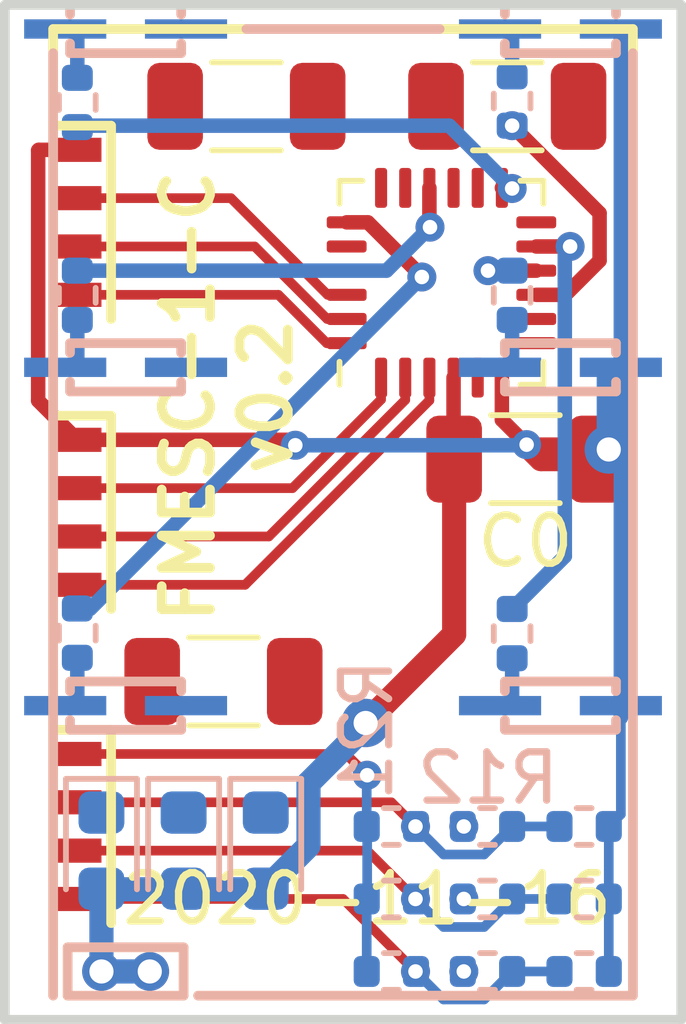
<source format=kicad_pcb>
(kicad_pcb (version 20171130) (host pcbnew 5.1.8)

  (general
    (thickness 1)
    (drawings 22)
    (tracks 119)
    (zones 0)
    (modules 33)
    (nets 35)
  )

  (page A4)
  (title_block
    (title "FMESC-1-C PCB")
    (date 2020-11-16)
    (rev v0.2)
    (company sceext)
  )

  (layers
    (0 F.Cu mixed)
    (31 B.Cu mixed)
    (32 B.Adhes user)
    (33 F.Adhes user)
    (34 B.Paste user)
    (35 F.Paste user)
    (36 B.SilkS user)
    (37 F.SilkS user)
    (38 B.Mask user)
    (39 F.Mask user)
    (40 Dwgs.User user)
    (41 Cmts.User user hide)
    (42 Eco1.User user)
    (43 Eco2.User user)
    (44 Edge.Cuts user)
    (45 Margin user)
    (46 B.CrtYd user hide)
    (47 F.CrtYd user hide)
    (48 B.Fab user hide)
    (49 F.Fab user hide)
  )

  (setup
    (last_trace_width 0.5)
    (user_trace_width 0.2)
    (user_trace_width 0.3)
    (user_trace_width 0.4)
    (user_trace_width 0.5)
    (user_trace_width 1)
    (trace_clearance 0.16)
    (zone_clearance 0.508)
    (zone_45_only no)
    (trace_min 0.16)
    (via_size 0.6)
    (via_drill 0.3)
    (via_min_size 0.6)
    (via_min_drill 0.3)
    (user_via 0.6 0.3)
    (user_via 0.8 0.4)
    (user_via 1 0.5)
    (uvia_size 0.59)
    (uvia_drill 0.29)
    (uvias_allowed no)
    (uvia_min_size 0.59)
    (uvia_min_drill 0.29)
    (edge_width 1)
    (segment_width 0.16)
    (pcb_text_width 0.12)
    (pcb_text_size 0.5 1)
    (mod_edge_width 0.16)
    (mod_text_size 0.5 1)
    (mod_text_width 0.12)
    (pad_size 1.524 1.524)
    (pad_drill 0.762)
    (pad_to_mask_clearance 0)
    (aux_axis_origin 113.5 75)
    (grid_origin 120.5 64.5)
    (visible_elements FFFDFF7F)
    (pcbplotparams
      (layerselection 0x010fc_ffffffff)
      (usegerberextensions false)
      (usegerberattributes true)
      (usegerberadvancedattributes true)
      (creategerberjobfile true)
      (excludeedgelayer true)
      (linewidth 0.100000)
      (plotframeref false)
      (viasonmask false)
      (mode 1)
      (useauxorigin false)
      (hpglpennumber 1)
      (hpglpenspeed 20)
      (hpglpendiameter 15.000000)
      (psnegative false)
      (psa4output false)
      (plotreference true)
      (plotvalue true)
      (plotinvisibletext false)
      (padsonsilk false)
      (subtractmaskfromsilk false)
      (outputformat 1)
      (mirror false)
      (drillshape 1)
      (scaleselection 1)
      (outputdirectory ""))
  )

  (net 0 "")
  (net 1 GND)
  (net 2 +BATT)
  (net 3 "Net-(U1-Pad21)")
  (net 4 "Net-(U1-Pad8)")
  (net 5 "Net-(U1-Pad7)")
  (net 6 "Net-(U1-Pad5)")
  (net 7 /A1)
  (net 8 "Net-(C1-Pad1)")
  (net 9 /B1)
  (net 10 "Net-(C2-Pad1)")
  (net 11 /C1)
  (net 12 "Net-(C3-Pad1)")
  (net 13 "Net-(J1-Pad2)")
  (net 14 "Net-(J2-Pad2)")
  (net 15 "Net-(J3-Pad2)")
  (net 16 "Net-(J4-Pad2)")
  (net 17 "Net-(J5-Pad2)")
  (net 18 "Net-(J6-Pad2)")
  (net 19 /CCH1)
  (net 20 /CBH1)
  (net 21 /CAH1)
  (net 22 /CCL1)
  (net 23 /CBL1)
  (net 24 /CAL1)
  (net 25 /ALG)
  (net 26 /AHG)
  (net 27 /BLG)
  (net 28 /BHG)
  (net 29 /CLG)
  (net 30 /CHG)
  (net 31 /SC)
  (net 32 /SB)
  (net 33 /SA)
  (net 34 /S0)

  (net_class Default "This is the default net class."
    (clearance 0.16)
    (trace_width 0.16)
    (via_dia 0.6)
    (via_drill 0.3)
    (uvia_dia 0.59)
    (uvia_drill 0.29)
    (diff_pair_width 0.16)
    (diff_pair_gap 0.16)
    (add_net +BATT)
    (add_net /A1)
    (add_net /AHG)
    (add_net /ALG)
    (add_net /B1)
    (add_net /BHG)
    (add_net /BLG)
    (add_net /C1)
    (add_net /CAH1)
    (add_net /CAL1)
    (add_net /CBH1)
    (add_net /CBL1)
    (add_net /CCH1)
    (add_net /CCL1)
    (add_net /CHG)
    (add_net /CLG)
    (add_net /S0)
    (add_net /SA)
    (add_net /SB)
    (add_net /SC)
    (add_net GND)
    (add_net "Net-(C1-Pad1)")
    (add_net "Net-(C2-Pad1)")
    (add_net "Net-(C3-Pad1)")
    (add_net "Net-(J1-Pad2)")
    (add_net "Net-(J2-Pad2)")
    (add_net "Net-(J3-Pad2)")
    (add_net "Net-(J4-Pad2)")
    (add_net "Net-(J5-Pad2)")
    (add_net "Net-(J6-Pad2)")
    (add_net "Net-(U1-Pad21)")
    (add_net "Net-(U1-Pad5)")
    (add_net "Net-(U1-Pad7)")
    (add_net "Net-(U1-Pad8)")
  )

  (module fmlibf:QFN-24-1EP_4x4mm_P0.5mm_EP2.7x2.7mm_nopad (layer F.Cu) (tedit 5FB13265) (tstamp 5FA7D0E3)
    (at 122.5375 59.75 90)
    (descr "QFN, 24 Pin (http://www.alfarzpp.lv/eng/sc/AS3330.pdf), generated with kicad-footprint-generator ipc_noLead_generator.py")
    (tags "QFN NoLead")
    (path /5FAA6DF6)
    (attr smd)
    (fp_text reference U1 (at 0 -3.32 -90) (layer F.SilkS) hide
      (effects (font (size 1 1) (thickness 0.15)))
    )
    (fp_text value FD6288Q (at 0 3.32 -90) (layer F.Fab)
      (effects (font (size 1 1) (thickness 0.15)))
    )
    (fp_text user %R (at 0 0 -90) (layer F.Fab)
      (effects (font (size 1 1) (thickness 0.15)))
    )
    (fp_line (start 1.635 -2.11) (end 2.11 -2.11) (layer F.SilkS) (width 0.12))
    (fp_line (start 2.11 -2.11) (end 2.11 -1.635) (layer F.SilkS) (width 0.12))
    (fp_line (start -1.635 2.11) (end -2.11 2.11) (layer F.SilkS) (width 0.12))
    (fp_line (start -2.11 2.11) (end -2.11 1.635) (layer F.SilkS) (width 0.12))
    (fp_line (start 1.635 2.11) (end 2.11 2.11) (layer F.SilkS) (width 0.12))
    (fp_line (start 2.11 2.11) (end 2.11 1.635) (layer F.SilkS) (width 0.12))
    (fp_line (start -1.635 -2.11) (end -2.11 -2.11) (layer F.SilkS) (width 0.12))
    (fp_line (start -1 -2) (end 2 -2) (layer F.Fab) (width 0.1))
    (fp_line (start 2 -2) (end 2 2) (layer F.Fab) (width 0.1))
    (fp_line (start 2 2) (end -2 2) (layer F.Fab) (width 0.1))
    (fp_line (start -2 2) (end -2 -1) (layer F.Fab) (width 0.1))
    (fp_line (start -2 -1) (end -1 -2) (layer F.Fab) (width 0.1))
    (fp_line (start -2.62 -2.62) (end -2.62 2.62) (layer F.CrtYd) (width 0.05))
    (fp_line (start -2.62 2.62) (end 2.62 2.62) (layer F.CrtYd) (width 0.05))
    (fp_line (start 2.62 2.62) (end 2.62 -2.62) (layer F.CrtYd) (width 0.05))
    (fp_line (start 2.62 -2.62) (end -2.62 -2.62) (layer F.CrtYd) (width 0.05))
    (pad 24 smd roundrect (at -1.25 -1.9625 90) (size 0.25 0.825) (layers F.Cu F.Paste F.Mask) (roundrect_rratio 0.25)
      (net 19 /CCH1))
    (pad 23 smd roundrect (at -0.75 -1.9625 90) (size 0.25 0.825) (layers F.Cu F.Paste F.Mask) (roundrect_rratio 0.25)
      (net 20 /CBH1))
    (pad 22 smd roundrect (at -0.25 -1.9625 90) (size 0.25 0.825) (layers F.Cu F.Paste F.Mask) (roundrect_rratio 0.25)
      (net 21 /CAH1))
    (pad 21 smd roundrect (at 0.25 -1.9625 90) (size 0.25 0.825) (layers F.Cu F.Paste F.Mask) (roundrect_rratio 0.25)
      (net 3 "Net-(U1-Pad21)"))
    (pad 20 smd roundrect (at 0.75 -1.9625 90) (size 0.25 0.825) (layers F.Cu F.Paste F.Mask) (roundrect_rratio 0.25)
      (net 8 "Net-(C1-Pad1)"))
    (pad 19 smd roundrect (at 1.25 -1.9625 90) (size 0.25 0.825) (layers F.Cu F.Paste F.Mask) (roundrect_rratio 0.25)
      (net 26 /AHG))
    (pad 18 smd roundrect (at 1.9625 -1.25 90) (size 0.825 0.25) (layers F.Cu F.Paste F.Mask) (roundrect_rratio 0.25)
      (net 7 /A1))
    (pad 17 smd roundrect (at 1.9625 -0.75 90) (size 0.825 0.25) (layers F.Cu F.Paste F.Mask) (roundrect_rratio 0.25)
      (net 10 "Net-(C2-Pad1)"))
    (pad 16 smd roundrect (at 1.9625 -0.25 90) (size 0.825 0.25) (layers F.Cu F.Paste F.Mask) (roundrect_rratio 0.25)
      (net 28 /BHG))
    (pad 15 smd roundrect (at 1.9625 0.25 90) (size 0.825 0.25) (layers F.Cu F.Paste F.Mask) (roundrect_rratio 0.25)
      (net 9 /B1))
    (pad 14 smd roundrect (at 1.9625 0.75 90) (size 0.825 0.25) (layers F.Cu F.Paste F.Mask) (roundrect_rratio 0.25)
      (net 12 "Net-(C3-Pad1)"))
    (pad 13 smd roundrect (at 1.9625 1.25 90) (size 0.825 0.25) (layers F.Cu F.Paste F.Mask) (roundrect_rratio 0.25)
      (net 30 /CHG))
    (pad 12 smd roundrect (at 1.25 1.9625 90) (size 0.25 0.825) (layers F.Cu F.Paste F.Mask) (roundrect_rratio 0.25)
      (net 11 /C1))
    (pad 11 smd roundrect (at 0.75 1.9625 90) (size 0.25 0.825) (layers F.Cu F.Paste F.Mask) (roundrect_rratio 0.25)
      (net 25 /ALG))
    (pad 10 smd roundrect (at 0.25 1.9625 90) (size 0.25 0.825) (layers F.Cu F.Paste F.Mask) (roundrect_rratio 0.25)
      (net 27 /BLG))
    (pad 9 smd roundrect (at -0.25 1.9625 90) (size 0.25 0.825) (layers F.Cu F.Paste F.Mask) (roundrect_rratio 0.25)
      (net 29 /CLG))
    (pad 8 smd roundrect (at -0.75 1.9625 90) (size 0.25 0.825) (layers F.Cu F.Paste F.Mask) (roundrect_rratio 0.25)
      (net 4 "Net-(U1-Pad8)"))
    (pad 7 smd roundrect (at -1.25 1.9625 90) (size 0.25 0.825) (layers F.Cu F.Paste F.Mask) (roundrect_rratio 0.25)
      (net 5 "Net-(U1-Pad7)"))
    (pad 6 smd roundrect (at -1.9625 1.25 90) (size 0.825 0.25) (layers F.Cu F.Paste F.Mask) (roundrect_rratio 0.25)
      (net 1 GND))
    (pad 5 smd roundrect (at -1.9625 0.75 90) (size 0.825 0.25) (layers F.Cu F.Paste F.Mask) (roundrect_rratio 0.25)
      (net 6 "Net-(U1-Pad5)"))
    (pad 4 smd roundrect (at -1.9625 0.25 90) (size 0.825 0.25) (layers F.Cu F.Paste F.Mask) (roundrect_rratio 0.25)
      (net 2 +BATT))
    (pad 3 smd roundrect (at -1.9625 -0.25 90) (size 0.825 0.25) (layers F.Cu F.Paste F.Mask) (roundrect_rratio 0.25)
      (net 22 /CCL1))
    (pad 2 smd roundrect (at -1.9625 -0.75 90) (size 0.825 0.25) (layers F.Cu F.Paste F.Mask) (roundrect_rratio 0.25)
      (net 23 /CBL1))
    (pad 1 smd roundrect (at -1.9625 -1.25 90) (size 0.825 0.25) (layers F.Cu F.Paste F.Mask) (roundrect_rratio 0.25)
      (net 24 /CAL1))
    (model ${KISYS3DMOD}/Package_DFN_QFN.3dshapes/QFN-24-1EP_4x4mm_P0.5mm_EP2.7x2.7mm.wrl
      (at (xyz 0 0 0))
      (scale (xyz 1 1 1))
      (rotate (xyz 0 0 0))
    )
  )

  (module Resistor_SMD:R_0402_1005Metric (layer B.Cu) (tedit 5F68FEEE) (tstamp 5FB19502)
    (at 121.5 74)
    (descr "Resistor SMD 0402 (1005 Metric), square (rectangular) end terminal, IPC_7351 nominal, (Body size source: IPC-SM-782 page 72, https://www.pcb-3d.com/wordpress/wp-content/uploads/ipc-sm-782a_amendment_1_and_2.pdf), generated with kicad-footprint-generator")
    (tags resistor)
    (path /5FB21566)
    (attr smd)
    (fp_text reference R23 (at 0 1.17) (layer B.SilkS) hide
      (effects (font (size 1 1) (thickness 0.15)) (justify mirror))
    )
    (fp_text value 2k (at 0 -1.17) (layer B.Fab)
      (effects (font (size 1 1) (thickness 0.15)) (justify mirror))
    )
    (fp_text user %R (at 0 0) (layer B.Fab)
      (effects (font (size 0.26 0.26) (thickness 0.04)) (justify mirror))
    )
    (fp_line (start -0.525 -0.27) (end -0.525 0.27) (layer B.Fab) (width 0.1))
    (fp_line (start -0.525 0.27) (end 0.525 0.27) (layer B.Fab) (width 0.1))
    (fp_line (start 0.525 0.27) (end 0.525 -0.27) (layer B.Fab) (width 0.1))
    (fp_line (start 0.525 -0.27) (end -0.525 -0.27) (layer B.Fab) (width 0.1))
    (fp_line (start -0.153641 0.38) (end 0.153641 0.38) (layer B.SilkS) (width 0.12))
    (fp_line (start -0.153641 -0.38) (end 0.153641 -0.38) (layer B.SilkS) (width 0.12))
    (fp_line (start -0.93 -0.47) (end -0.93 0.47) (layer B.CrtYd) (width 0.05))
    (fp_line (start -0.93 0.47) (end 0.93 0.47) (layer B.CrtYd) (width 0.05))
    (fp_line (start 0.93 0.47) (end 0.93 -0.47) (layer B.CrtYd) (width 0.05))
    (fp_line (start 0.93 -0.47) (end -0.93 -0.47) (layer B.CrtYd) (width 0.05))
    (pad 2 smd roundrect (at 0.51 0) (size 0.54 0.64) (layers B.Cu B.Paste B.Mask) (roundrect_rratio 0.25)
      (net 31 /SC))
    (pad 1 smd roundrect (at -0.51 0) (size 0.54 0.64) (layers B.Cu B.Paste B.Mask) (roundrect_rratio 0.25)
      (net 34 /S0))
    (model ${KISYS3DMOD}/Resistor_SMD.3dshapes/R_0402_1005Metric.wrl
      (at (xyz 0 0 0))
      (scale (xyz 1 1 1))
      (rotate (xyz 0 0 0))
    )
  )

  (module Resistor_SMD:R_0402_1005Metric (layer B.Cu) (tedit 5F68FEEE) (tstamp 5FB194F1)
    (at 121.5 72.5)
    (descr "Resistor SMD 0402 (1005 Metric), square (rectangular) end terminal, IPC_7351 nominal, (Body size source: IPC-SM-782 page 72, https://www.pcb-3d.com/wordpress/wp-content/uploads/ipc-sm-782a_amendment_1_and_2.pdf), generated with kicad-footprint-generator")
    (tags resistor)
    (path /5FB2128F)
    (attr smd)
    (fp_text reference R22 (at 0 1.17) (layer B.SilkS) hide
      (effects (font (size 1 1) (thickness 0.15)) (justify mirror))
    )
    (fp_text value 2k (at 0 -1.17) (layer B.Fab)
      (effects (font (size 1 1) (thickness 0.15)) (justify mirror))
    )
    (fp_text user %R (at 0 0) (layer B.Fab)
      (effects (font (size 0.26 0.26) (thickness 0.04)) (justify mirror))
    )
    (fp_line (start -0.525 -0.27) (end -0.525 0.27) (layer B.Fab) (width 0.1))
    (fp_line (start -0.525 0.27) (end 0.525 0.27) (layer B.Fab) (width 0.1))
    (fp_line (start 0.525 0.27) (end 0.525 -0.27) (layer B.Fab) (width 0.1))
    (fp_line (start 0.525 -0.27) (end -0.525 -0.27) (layer B.Fab) (width 0.1))
    (fp_line (start -0.153641 0.38) (end 0.153641 0.38) (layer B.SilkS) (width 0.12))
    (fp_line (start -0.153641 -0.38) (end 0.153641 -0.38) (layer B.SilkS) (width 0.12))
    (fp_line (start -0.93 -0.47) (end -0.93 0.47) (layer B.CrtYd) (width 0.05))
    (fp_line (start -0.93 0.47) (end 0.93 0.47) (layer B.CrtYd) (width 0.05))
    (fp_line (start 0.93 0.47) (end 0.93 -0.47) (layer B.CrtYd) (width 0.05))
    (fp_line (start 0.93 -0.47) (end -0.93 -0.47) (layer B.CrtYd) (width 0.05))
    (pad 2 smd roundrect (at 0.51 0) (size 0.54 0.64) (layers B.Cu B.Paste B.Mask) (roundrect_rratio 0.25)
      (net 32 /SB))
    (pad 1 smd roundrect (at -0.51 0) (size 0.54 0.64) (layers B.Cu B.Paste B.Mask) (roundrect_rratio 0.25)
      (net 34 /S0))
    (model ${KISYS3DMOD}/Resistor_SMD.3dshapes/R_0402_1005Metric.wrl
      (at (xyz 0 0 0))
      (scale (xyz 1 1 1))
      (rotate (xyz 0 0 0))
    )
  )

  (module Resistor_SMD:R_0402_1005Metric (layer B.Cu) (tedit 5F68FEEE) (tstamp 5FB194E0)
    (at 121.5 71)
    (descr "Resistor SMD 0402 (1005 Metric), square (rectangular) end terminal, IPC_7351 nominal, (Body size source: IPC-SM-782 page 72, https://www.pcb-3d.com/wordpress/wp-content/uploads/ipc-sm-782a_amendment_1_and_2.pdf), generated with kicad-footprint-generator")
    (tags resistor)
    (path /5FB20F21)
    (attr smd)
    (fp_text reference R21 (at -0.51 -2 270) (layer B.SilkS)
      (effects (font (size 1 1) (thickness 0.15)) (justify mirror))
    )
    (fp_text value 2k (at 0 -1.17) (layer B.Fab)
      (effects (font (size 1 1) (thickness 0.15)) (justify mirror))
    )
    (fp_text user %R (at 0 0) (layer B.Fab)
      (effects (font (size 0.26 0.26) (thickness 0.04)) (justify mirror))
    )
    (fp_line (start -0.525 -0.27) (end -0.525 0.27) (layer B.Fab) (width 0.1))
    (fp_line (start -0.525 0.27) (end 0.525 0.27) (layer B.Fab) (width 0.1))
    (fp_line (start 0.525 0.27) (end 0.525 -0.27) (layer B.Fab) (width 0.1))
    (fp_line (start 0.525 -0.27) (end -0.525 -0.27) (layer B.Fab) (width 0.1))
    (fp_line (start -0.153641 0.38) (end 0.153641 0.38) (layer B.SilkS) (width 0.12))
    (fp_line (start -0.153641 -0.38) (end 0.153641 -0.38) (layer B.SilkS) (width 0.12))
    (fp_line (start -0.93 -0.47) (end -0.93 0.47) (layer B.CrtYd) (width 0.05))
    (fp_line (start -0.93 0.47) (end 0.93 0.47) (layer B.CrtYd) (width 0.05))
    (fp_line (start 0.93 0.47) (end 0.93 -0.47) (layer B.CrtYd) (width 0.05))
    (fp_line (start 0.93 -0.47) (end -0.93 -0.47) (layer B.CrtYd) (width 0.05))
    (pad 2 smd roundrect (at 0.51 0) (size 0.54 0.64) (layers B.Cu B.Paste B.Mask) (roundrect_rratio 0.25)
      (net 33 /SA))
    (pad 1 smd roundrect (at -0.51 0) (size 0.54 0.64) (layers B.Cu B.Paste B.Mask) (roundrect_rratio 0.25)
      (net 34 /S0))
    (model ${KISYS3DMOD}/Resistor_SMD.3dshapes/R_0402_1005Metric.wrl
      (at (xyz 0 0 0))
      (scale (xyz 1 1 1))
      (rotate (xyz 0 0 0))
    )
  )

  (module Resistor_SMD:R_0402_1005Metric (layer B.Cu) (tedit 5F68FEEE) (tstamp 5FB194CF)
    (at 123.49 74 180)
    (descr "Resistor SMD 0402 (1005 Metric), square (rectangular) end terminal, IPC_7351 nominal, (Body size source: IPC-SM-782 page 72, https://www.pcb-3d.com/wordpress/wp-content/uploads/ipc-sm-782a_amendment_1_and_2.pdf), generated with kicad-footprint-generator")
    (tags resistor)
    (path /5FB18A77)
    (attr smd)
    (fp_text reference R16 (at 0 1.17) (layer B.SilkS) hide
      (effects (font (size 1 1) (thickness 0.15)) (justify mirror))
    )
    (fp_text value 20k (at 0 -1.17) (layer B.Fab)
      (effects (font (size 1 1) (thickness 0.15)) (justify mirror))
    )
    (fp_text user %R (at 0 0) (layer B.Fab)
      (effects (font (size 0.26 0.26) (thickness 0.04)) (justify mirror))
    )
    (fp_line (start -0.525 -0.27) (end -0.525 0.27) (layer B.Fab) (width 0.1))
    (fp_line (start -0.525 0.27) (end 0.525 0.27) (layer B.Fab) (width 0.1))
    (fp_line (start 0.525 0.27) (end 0.525 -0.27) (layer B.Fab) (width 0.1))
    (fp_line (start 0.525 -0.27) (end -0.525 -0.27) (layer B.Fab) (width 0.1))
    (fp_line (start -0.153641 0.38) (end 0.153641 0.38) (layer B.SilkS) (width 0.12))
    (fp_line (start -0.153641 -0.38) (end 0.153641 -0.38) (layer B.SilkS) (width 0.12))
    (fp_line (start -0.93 -0.47) (end -0.93 0.47) (layer B.CrtYd) (width 0.05))
    (fp_line (start -0.93 0.47) (end 0.93 0.47) (layer B.CrtYd) (width 0.05))
    (fp_line (start 0.93 0.47) (end 0.93 -0.47) (layer B.CrtYd) (width 0.05))
    (fp_line (start 0.93 -0.47) (end -0.93 -0.47) (layer B.CrtYd) (width 0.05))
    (pad 2 smd roundrect (at 0.51 0 180) (size 0.54 0.64) (layers B.Cu B.Paste B.Mask) (roundrect_rratio 0.25)
      (net 11 /C1))
    (pad 1 smd roundrect (at -0.51 0 180) (size 0.54 0.64) (layers B.Cu B.Paste B.Mask) (roundrect_rratio 0.25)
      (net 31 /SC))
    (model ${KISYS3DMOD}/Resistor_SMD.3dshapes/R_0402_1005Metric.wrl
      (at (xyz 0 0 0))
      (scale (xyz 1 1 1))
      (rotate (xyz 0 0 0))
    )
  )

  (module Resistor_SMD:R_0402_1005Metric (layer B.Cu) (tedit 5F68FEEE) (tstamp 5FB194BE)
    (at 125.49 74 180)
    (descr "Resistor SMD 0402 (1005 Metric), square (rectangular) end terminal, IPC_7351 nominal, (Body size source: IPC-SM-782 page 72, https://www.pcb-3d.com/wordpress/wp-content/uploads/ipc-sm-782a_amendment_1_and_2.pdf), generated with kicad-footprint-generator")
    (tags resistor)
    (path /5FB196E5)
    (attr smd)
    (fp_text reference R15 (at 0 1.17) (layer B.SilkS) hide
      (effects (font (size 1 1) (thickness 0.15)) (justify mirror))
    )
    (fp_text value 2k (at 0 -1.17) (layer B.Fab)
      (effects (font (size 1 1) (thickness 0.15)) (justify mirror))
    )
    (fp_text user %R (at 0 0) (layer B.Fab)
      (effects (font (size 0.26 0.26) (thickness 0.04)) (justify mirror))
    )
    (fp_line (start -0.525 -0.27) (end -0.525 0.27) (layer B.Fab) (width 0.1))
    (fp_line (start -0.525 0.27) (end 0.525 0.27) (layer B.Fab) (width 0.1))
    (fp_line (start 0.525 0.27) (end 0.525 -0.27) (layer B.Fab) (width 0.1))
    (fp_line (start 0.525 -0.27) (end -0.525 -0.27) (layer B.Fab) (width 0.1))
    (fp_line (start -0.153641 0.38) (end 0.153641 0.38) (layer B.SilkS) (width 0.12))
    (fp_line (start -0.153641 -0.38) (end 0.153641 -0.38) (layer B.SilkS) (width 0.12))
    (fp_line (start -0.93 -0.47) (end -0.93 0.47) (layer B.CrtYd) (width 0.05))
    (fp_line (start -0.93 0.47) (end 0.93 0.47) (layer B.CrtYd) (width 0.05))
    (fp_line (start 0.93 0.47) (end 0.93 -0.47) (layer B.CrtYd) (width 0.05))
    (fp_line (start 0.93 -0.47) (end -0.93 -0.47) (layer B.CrtYd) (width 0.05))
    (pad 2 smd roundrect (at 0.51 0 180) (size 0.54 0.64) (layers B.Cu B.Paste B.Mask) (roundrect_rratio 0.25)
      (net 31 /SC))
    (pad 1 smd roundrect (at -0.51 0 180) (size 0.54 0.64) (layers B.Cu B.Paste B.Mask) (roundrect_rratio 0.25)
      (net 1 GND))
    (model ${KISYS3DMOD}/Resistor_SMD.3dshapes/R_0402_1005Metric.wrl
      (at (xyz 0 0 0))
      (scale (xyz 1 1 1))
      (rotate (xyz 0 0 0))
    )
  )

  (module Resistor_SMD:R_0402_1005Metric (layer B.Cu) (tedit 5F68FEEE) (tstamp 5FB194AD)
    (at 123.49 72.5 180)
    (descr "Resistor SMD 0402 (1005 Metric), square (rectangular) end terminal, IPC_7351 nominal, (Body size source: IPC-SM-782 page 72, https://www.pcb-3d.com/wordpress/wp-content/uploads/ipc-sm-782a_amendment_1_and_2.pdf), generated with kicad-footprint-generator")
    (tags resistor)
    (path /5FB18793)
    (attr smd)
    (fp_text reference R14 (at 0 1.17) (layer B.SilkS) hide
      (effects (font (size 1 1) (thickness 0.15)) (justify mirror))
    )
    (fp_text value 20k (at 0 -1.17) (layer B.Fab)
      (effects (font (size 1 1) (thickness 0.15)) (justify mirror))
    )
    (fp_text user %R (at 0 0) (layer B.Fab)
      (effects (font (size 0.26 0.26) (thickness 0.04)) (justify mirror))
    )
    (fp_line (start -0.525 -0.27) (end -0.525 0.27) (layer B.Fab) (width 0.1))
    (fp_line (start -0.525 0.27) (end 0.525 0.27) (layer B.Fab) (width 0.1))
    (fp_line (start 0.525 0.27) (end 0.525 -0.27) (layer B.Fab) (width 0.1))
    (fp_line (start 0.525 -0.27) (end -0.525 -0.27) (layer B.Fab) (width 0.1))
    (fp_line (start -0.153641 0.38) (end 0.153641 0.38) (layer B.SilkS) (width 0.12))
    (fp_line (start -0.153641 -0.38) (end 0.153641 -0.38) (layer B.SilkS) (width 0.12))
    (fp_line (start -0.93 -0.47) (end -0.93 0.47) (layer B.CrtYd) (width 0.05))
    (fp_line (start -0.93 0.47) (end 0.93 0.47) (layer B.CrtYd) (width 0.05))
    (fp_line (start 0.93 0.47) (end 0.93 -0.47) (layer B.CrtYd) (width 0.05))
    (fp_line (start 0.93 -0.47) (end -0.93 -0.47) (layer B.CrtYd) (width 0.05))
    (pad 2 smd roundrect (at 0.51 0 180) (size 0.54 0.64) (layers B.Cu B.Paste B.Mask) (roundrect_rratio 0.25)
      (net 9 /B1))
    (pad 1 smd roundrect (at -0.51 0 180) (size 0.54 0.64) (layers B.Cu B.Paste B.Mask) (roundrect_rratio 0.25)
      (net 32 /SB))
    (model ${KISYS3DMOD}/Resistor_SMD.3dshapes/R_0402_1005Metric.wrl
      (at (xyz 0 0 0))
      (scale (xyz 1 1 1))
      (rotate (xyz 0 0 0))
    )
  )

  (module Resistor_SMD:R_0402_1005Metric (layer B.Cu) (tedit 5F68FEEE) (tstamp 5FB1949C)
    (at 125.49 72.5 180)
    (descr "Resistor SMD 0402 (1005 Metric), square (rectangular) end terminal, IPC_7351 nominal, (Body size source: IPC-SM-782 page 72, https://www.pcb-3d.com/wordpress/wp-content/uploads/ipc-sm-782a_amendment_1_and_2.pdf), generated with kicad-footprint-generator")
    (tags resistor)
    (path /5FB19325)
    (attr smd)
    (fp_text reference R13 (at 0 1.17) (layer B.SilkS) hide
      (effects (font (size 1 1) (thickness 0.15)) (justify mirror))
    )
    (fp_text value 2k (at 0 -1.17) (layer B.Fab)
      (effects (font (size 1 1) (thickness 0.15)) (justify mirror))
    )
    (fp_text user %R (at 0 0) (layer B.Fab)
      (effects (font (size 0.26 0.26) (thickness 0.04)) (justify mirror))
    )
    (fp_line (start -0.525 -0.27) (end -0.525 0.27) (layer B.Fab) (width 0.1))
    (fp_line (start -0.525 0.27) (end 0.525 0.27) (layer B.Fab) (width 0.1))
    (fp_line (start 0.525 0.27) (end 0.525 -0.27) (layer B.Fab) (width 0.1))
    (fp_line (start 0.525 -0.27) (end -0.525 -0.27) (layer B.Fab) (width 0.1))
    (fp_line (start -0.153641 0.38) (end 0.153641 0.38) (layer B.SilkS) (width 0.12))
    (fp_line (start -0.153641 -0.38) (end 0.153641 -0.38) (layer B.SilkS) (width 0.12))
    (fp_line (start -0.93 -0.47) (end -0.93 0.47) (layer B.CrtYd) (width 0.05))
    (fp_line (start -0.93 0.47) (end 0.93 0.47) (layer B.CrtYd) (width 0.05))
    (fp_line (start 0.93 0.47) (end 0.93 -0.47) (layer B.CrtYd) (width 0.05))
    (fp_line (start 0.93 -0.47) (end -0.93 -0.47) (layer B.CrtYd) (width 0.05))
    (pad 2 smd roundrect (at 0.51 0 180) (size 0.54 0.64) (layers B.Cu B.Paste B.Mask) (roundrect_rratio 0.25)
      (net 32 /SB))
    (pad 1 smd roundrect (at -0.51 0 180) (size 0.54 0.64) (layers B.Cu B.Paste B.Mask) (roundrect_rratio 0.25)
      (net 1 GND))
    (model ${KISYS3DMOD}/Resistor_SMD.3dshapes/R_0402_1005Metric.wrl
      (at (xyz 0 0 0))
      (scale (xyz 1 1 1))
      (rotate (xyz 0 0 0))
    )
  )

  (module Resistor_SMD:R_0402_1005Metric (layer B.Cu) (tedit 5F68FEEE) (tstamp 5FB1948B)
    (at 123.49 71 180)
    (descr "Resistor SMD 0402 (1005 Metric), square (rectangular) end terminal, IPC_7351 nominal, (Body size source: IPC-SM-782 page 72, https://www.pcb-3d.com/wordpress/wp-content/uploads/ipc-sm-782a_amendment_1_and_2.pdf), generated with kicad-footprint-generator")
    (tags resistor)
    (path /5FB18250)
    (attr smd)
    (fp_text reference R12 (at -0.01 1 180) (layer B.SilkS)
      (effects (font (size 1 1) (thickness 0.15)) (justify mirror))
    )
    (fp_text value 20k (at 0 -1.17) (layer B.Fab)
      (effects (font (size 1 1) (thickness 0.15)) (justify mirror))
    )
    (fp_text user %R (at 0 0) (layer B.Fab)
      (effects (font (size 0.26 0.26) (thickness 0.04)) (justify mirror))
    )
    (fp_line (start -0.525 -0.27) (end -0.525 0.27) (layer B.Fab) (width 0.1))
    (fp_line (start -0.525 0.27) (end 0.525 0.27) (layer B.Fab) (width 0.1))
    (fp_line (start 0.525 0.27) (end 0.525 -0.27) (layer B.Fab) (width 0.1))
    (fp_line (start 0.525 -0.27) (end -0.525 -0.27) (layer B.Fab) (width 0.1))
    (fp_line (start -0.153641 0.38) (end 0.153641 0.38) (layer B.SilkS) (width 0.12))
    (fp_line (start -0.153641 -0.38) (end 0.153641 -0.38) (layer B.SilkS) (width 0.12))
    (fp_line (start -0.93 -0.47) (end -0.93 0.47) (layer B.CrtYd) (width 0.05))
    (fp_line (start -0.93 0.47) (end 0.93 0.47) (layer B.CrtYd) (width 0.05))
    (fp_line (start 0.93 0.47) (end 0.93 -0.47) (layer B.CrtYd) (width 0.05))
    (fp_line (start 0.93 -0.47) (end -0.93 -0.47) (layer B.CrtYd) (width 0.05))
    (pad 2 smd roundrect (at 0.51 0 180) (size 0.54 0.64) (layers B.Cu B.Paste B.Mask) (roundrect_rratio 0.25)
      (net 7 /A1))
    (pad 1 smd roundrect (at -0.51 0 180) (size 0.54 0.64) (layers B.Cu B.Paste B.Mask) (roundrect_rratio 0.25)
      (net 33 /SA))
    (model ${KISYS3DMOD}/Resistor_SMD.3dshapes/R_0402_1005Metric.wrl
      (at (xyz 0 0 0))
      (scale (xyz 1 1 1))
      (rotate (xyz 0 0 0))
    )
  )

  (module Resistor_SMD:R_0402_1005Metric (layer B.Cu) (tedit 5F68FEEE) (tstamp 5FB1947A)
    (at 125.49 71 180)
    (descr "Resistor SMD 0402 (1005 Metric), square (rectangular) end terminal, IPC_7351 nominal, (Body size source: IPC-SM-782 page 72, https://www.pcb-3d.com/wordpress/wp-content/uploads/ipc-sm-782a_amendment_1_and_2.pdf), generated with kicad-footprint-generator")
    (tags resistor)
    (path /5FB18F67)
    (attr smd)
    (fp_text reference R11 (at -1 -2 90) (layer B.SilkS) hide
      (effects (font (size 1 1) (thickness 0.15)) (justify mirror))
    )
    (fp_text value 2k (at 0 -1.17) (layer B.Fab)
      (effects (font (size 1 1) (thickness 0.15)) (justify mirror))
    )
    (fp_text user %R (at 0 0) (layer B.Fab)
      (effects (font (size 0.26 0.26) (thickness 0.04)) (justify mirror))
    )
    (fp_line (start -0.525 -0.27) (end -0.525 0.27) (layer B.Fab) (width 0.1))
    (fp_line (start -0.525 0.27) (end 0.525 0.27) (layer B.Fab) (width 0.1))
    (fp_line (start 0.525 0.27) (end 0.525 -0.27) (layer B.Fab) (width 0.1))
    (fp_line (start 0.525 -0.27) (end -0.525 -0.27) (layer B.Fab) (width 0.1))
    (fp_line (start -0.153641 0.38) (end 0.153641 0.38) (layer B.SilkS) (width 0.12))
    (fp_line (start -0.153641 -0.38) (end 0.153641 -0.38) (layer B.SilkS) (width 0.12))
    (fp_line (start -0.93 -0.47) (end -0.93 0.47) (layer B.CrtYd) (width 0.05))
    (fp_line (start -0.93 0.47) (end 0.93 0.47) (layer B.CrtYd) (width 0.05))
    (fp_line (start 0.93 0.47) (end 0.93 -0.47) (layer B.CrtYd) (width 0.05))
    (fp_line (start 0.93 -0.47) (end -0.93 -0.47) (layer B.CrtYd) (width 0.05))
    (pad 2 smd roundrect (at 0.51 0 180) (size 0.54 0.64) (layers B.Cu B.Paste B.Mask) (roundrect_rratio 0.25)
      (net 33 /SA))
    (pad 1 smd roundrect (at -0.51 0 180) (size 0.54 0.64) (layers B.Cu B.Paste B.Mask) (roundrect_rratio 0.25)
      (net 1 GND))
    (model ${KISYS3DMOD}/Resistor_SMD.3dshapes/R_0402_1005Metric.wrl
      (at (xyz 0 0 0))
      (scale (xyz 1 1 1))
      (rotate (xyz 0 0 0))
    )
  )

  (module fmlibf:JS_2P_1.0mm_2 (layer B.Cu) (tedit 5FAFE78D) (tstamp 5FA7D01F)
    (at 116 54.5 180)
    (descr "1.0mm 间距双排贴片排针 2P (外形 2)")
    (path /5FA78A0C)
    (attr smd)
    (fp_text reference J6 (at 0 -1.6) (layer B.SilkS) hide
      (effects (font (size 1 1) (thickness 0.15)) (justify mirror))
    )
    (fp_text value Conn_01x02 (at 0 1.6) (layer B.Fab) hide
      (effects (font (size 1 1) (thickness 0.15)) (justify mirror))
    )
    (fp_line (start 1.15 -0.5) (end 1.15 -0.3) (layer B.SilkS) (width 0.2))
    (fp_line (start 1.15 0.5) (end 1.15 0.3) (layer B.SilkS) (width 0.2))
    (fp_line (start -1.15 -0.5) (end -1.15 -0.3) (layer B.SilkS) (width 0.2))
    (fp_line (start -1.15 0.5) (end -1.15 0.3) (layer B.SilkS) (width 0.2))
    (fp_line (start -2.1 0.2) (end 2.1 0.2) (layer B.CrtYd) (width 0.1))
    (fp_line (start 2.1 0.2) (end 2.1 -0.2) (layer B.CrtYd) (width 0.1))
    (fp_line (start 2.1 -0.2) (end -2.1 -0.2) (layer B.CrtYd) (width 0.1))
    (fp_line (start -2.1 -0.2) (end -2.1 0.2) (layer B.CrtYd) (width 0.1))
    (fp_line (start -1.15 0.5) (end 1.15 0.5) (layer B.SilkS) (width 0.2))
    (fp_line (start 1.15 -0.5) (end -1.15 -0.5) (layer B.SilkS) (width 0.2))
    (pad 1 smd rect (at -1.25 0 180) (size 1.7 0.4) (layers B.Cu B.Paste B.Mask)
      (net 11 /C1))
    (pad 2 smd rect (at 1.25 0 180) (size 1.7 0.4) (layers B.Cu B.Paste B.Mask)
      (net 18 "Net-(J6-Pad2)"))
  )

  (module fmlibf:JS_2P_1.0mm_2 (layer B.Cu) (tedit 5FAFE78D) (tstamp 5FA7D009)
    (at 125 54.5 180)
    (descr "1.0mm 间距双排贴片排针 2P (外形 2)")
    (path /5FA78754)
    (attr smd)
    (fp_text reference J5 (at 0 -1.6) (layer B.SilkS) hide
      (effects (font (size 1 1) (thickness 0.15)) (justify mirror))
    )
    (fp_text value Conn_01x02 (at 0 1.6) (layer B.Fab) hide
      (effects (font (size 1 1) (thickness 0.15)) (justify mirror))
    )
    (fp_line (start 1.15 -0.5) (end 1.15 -0.3) (layer B.SilkS) (width 0.2))
    (fp_line (start 1.15 0.5) (end 1.15 0.3) (layer B.SilkS) (width 0.2))
    (fp_line (start -1.15 -0.5) (end -1.15 -0.3) (layer B.SilkS) (width 0.2))
    (fp_line (start -1.15 0.5) (end -1.15 0.3) (layer B.SilkS) (width 0.2))
    (fp_line (start -2.1 0.2) (end 2.1 0.2) (layer B.CrtYd) (width 0.1))
    (fp_line (start 2.1 0.2) (end 2.1 -0.2) (layer B.CrtYd) (width 0.1))
    (fp_line (start 2.1 -0.2) (end -2.1 -0.2) (layer B.CrtYd) (width 0.1))
    (fp_line (start -2.1 -0.2) (end -2.1 0.2) (layer B.CrtYd) (width 0.1))
    (fp_line (start -1.15 0.5) (end 1.15 0.5) (layer B.SilkS) (width 0.2))
    (fp_line (start 1.15 -0.5) (end -1.15 -0.5) (layer B.SilkS) (width 0.2))
    (pad 1 smd rect (at -1.25 0 180) (size 1.7 0.4) (layers B.Cu B.Paste B.Mask)
      (net 1 GND))
    (pad 2 smd rect (at 1.25 0 180) (size 1.7 0.4) (layers B.Cu B.Paste B.Mask)
      (net 17 "Net-(J5-Pad2)"))
  )

  (module fmlibf:JS_2P_1.0mm_2 (layer B.Cu) (tedit 5FAFE78D) (tstamp 5FA7CFF3)
    (at 116 61.5 180)
    (descr "1.0mm 间距双排贴片排针 2P (外形 2)")
    (path /5FA78506)
    (attr smd)
    (fp_text reference J4 (at 0 -1.6) (layer B.SilkS) hide
      (effects (font (size 1 1) (thickness 0.15)) (justify mirror))
    )
    (fp_text value Conn_01x02 (at 0 1.6) (layer B.Fab) hide
      (effects (font (size 1 1) (thickness 0.15)) (justify mirror))
    )
    (fp_line (start 1.15 -0.5) (end 1.15 -0.3) (layer B.SilkS) (width 0.2))
    (fp_line (start 1.15 0.5) (end 1.15 0.3) (layer B.SilkS) (width 0.2))
    (fp_line (start -1.15 -0.5) (end -1.15 -0.3) (layer B.SilkS) (width 0.2))
    (fp_line (start -1.15 0.5) (end -1.15 0.3) (layer B.SilkS) (width 0.2))
    (fp_line (start -2.1 0.2) (end 2.1 0.2) (layer B.CrtYd) (width 0.1))
    (fp_line (start 2.1 0.2) (end 2.1 -0.2) (layer B.CrtYd) (width 0.1))
    (fp_line (start 2.1 -0.2) (end -2.1 -0.2) (layer B.CrtYd) (width 0.1))
    (fp_line (start -2.1 -0.2) (end -2.1 0.2) (layer B.CrtYd) (width 0.1))
    (fp_line (start -1.15 0.5) (end 1.15 0.5) (layer B.SilkS) (width 0.2))
    (fp_line (start 1.15 -0.5) (end -1.15 -0.5) (layer B.SilkS) (width 0.2))
    (pad 1 smd rect (at -1.25 0 180) (size 1.7 0.4) (layers B.Cu B.Paste B.Mask)
      (net 9 /B1))
    (pad 2 smd rect (at 1.25 0 180) (size 1.7 0.4) (layers B.Cu B.Paste B.Mask)
      (net 16 "Net-(J4-Pad2)"))
  )

  (module fmlibf:JS_2P_1.0mm_2 (layer B.Cu) (tedit 5FAFE78D) (tstamp 5FA7CFDD)
    (at 125 61.5 180)
    (descr "1.0mm 间距双排贴片排针 2P (外形 2)")
    (path /5FA782AA)
    (attr smd)
    (fp_text reference J3 (at 0 -1.6) (layer B.SilkS) hide
      (effects (font (size 1 1) (thickness 0.15)) (justify mirror))
    )
    (fp_text value Conn_01x02 (at 0 1.6) (layer B.Fab) hide
      (effects (font (size 1 1) (thickness 0.15)) (justify mirror))
    )
    (fp_line (start 1.15 -0.5) (end 1.15 -0.3) (layer B.SilkS) (width 0.2))
    (fp_line (start 1.15 0.5) (end 1.15 0.3) (layer B.SilkS) (width 0.2))
    (fp_line (start -1.15 -0.5) (end -1.15 -0.3) (layer B.SilkS) (width 0.2))
    (fp_line (start -1.15 0.5) (end -1.15 0.3) (layer B.SilkS) (width 0.2))
    (fp_line (start -2.1 0.2) (end 2.1 0.2) (layer B.CrtYd) (width 0.1))
    (fp_line (start 2.1 0.2) (end 2.1 -0.2) (layer B.CrtYd) (width 0.1))
    (fp_line (start 2.1 -0.2) (end -2.1 -0.2) (layer B.CrtYd) (width 0.1))
    (fp_line (start -2.1 -0.2) (end -2.1 0.2) (layer B.CrtYd) (width 0.1))
    (fp_line (start -1.15 0.5) (end 1.15 0.5) (layer B.SilkS) (width 0.2))
    (fp_line (start 1.15 -0.5) (end -1.15 -0.5) (layer B.SilkS) (width 0.2))
    (pad 1 smd rect (at -1.25 0 180) (size 1.7 0.4) (layers B.Cu B.Paste B.Mask)
      (net 1 GND))
    (pad 2 smd rect (at 1.25 0 180) (size 1.7 0.4) (layers B.Cu B.Paste B.Mask)
      (net 15 "Net-(J3-Pad2)"))
  )

  (module fmlibf:JS_2P_1.0mm_2 (layer B.Cu) (tedit 5FAFE78D) (tstamp 5FA7CFC7)
    (at 116 68.5 180)
    (descr "1.0mm 间距双排贴片排针 2P (外形 2)")
    (path /5FA78031)
    (attr smd)
    (fp_text reference J2 (at 0 -1.6) (layer B.SilkS) hide
      (effects (font (size 1 1) (thickness 0.15)) (justify mirror))
    )
    (fp_text value Conn_01x02 (at 0 1.6) (layer B.Fab) hide
      (effects (font (size 1 1) (thickness 0.15)) (justify mirror))
    )
    (fp_line (start 1.15 -0.5) (end 1.15 -0.3) (layer B.SilkS) (width 0.2))
    (fp_line (start 1.15 0.5) (end 1.15 0.3) (layer B.SilkS) (width 0.2))
    (fp_line (start -1.15 -0.5) (end -1.15 -0.3) (layer B.SilkS) (width 0.2))
    (fp_line (start -1.15 0.5) (end -1.15 0.3) (layer B.SilkS) (width 0.2))
    (fp_line (start -2.1 0.2) (end 2.1 0.2) (layer B.CrtYd) (width 0.1))
    (fp_line (start 2.1 0.2) (end 2.1 -0.2) (layer B.CrtYd) (width 0.1))
    (fp_line (start 2.1 -0.2) (end -2.1 -0.2) (layer B.CrtYd) (width 0.1))
    (fp_line (start -2.1 -0.2) (end -2.1 0.2) (layer B.CrtYd) (width 0.1))
    (fp_line (start -1.15 0.5) (end 1.15 0.5) (layer B.SilkS) (width 0.2))
    (fp_line (start 1.15 -0.5) (end -1.15 -0.5) (layer B.SilkS) (width 0.2))
    (pad 1 smd rect (at -1.25 0 180) (size 1.7 0.4) (layers B.Cu B.Paste B.Mask)
      (net 7 /A1))
    (pad 2 smd rect (at 1.25 0 180) (size 1.7 0.4) (layers B.Cu B.Paste B.Mask)
      (net 14 "Net-(J2-Pad2)"))
  )

  (module fmlibf:JS_2P_1.0mm_2 (layer B.Cu) (tedit 5FAFE78D) (tstamp 5FA7CFB1)
    (at 125 68.5 180)
    (descr "1.0mm 间距双排贴片排针 2P (外形 2)")
    (path /5FA76D48)
    (attr smd)
    (fp_text reference J1 (at 0 -1.6) (layer B.SilkS) hide
      (effects (font (size 1 1) (thickness 0.15)) (justify mirror))
    )
    (fp_text value Conn_01x02 (at 0 1.6) (layer B.Fab) hide
      (effects (font (size 1 1) (thickness 0.15)) (justify mirror))
    )
    (fp_line (start 1.15 -0.5) (end 1.15 -0.3) (layer B.SilkS) (width 0.2))
    (fp_line (start 1.15 0.5) (end 1.15 0.3) (layer B.SilkS) (width 0.2))
    (fp_line (start -1.15 -0.5) (end -1.15 -0.3) (layer B.SilkS) (width 0.2))
    (fp_line (start -1.15 0.5) (end -1.15 0.3) (layer B.SilkS) (width 0.2))
    (fp_line (start -2.1 0.2) (end 2.1 0.2) (layer B.CrtYd) (width 0.1))
    (fp_line (start 2.1 0.2) (end 2.1 -0.2) (layer B.CrtYd) (width 0.1))
    (fp_line (start 2.1 -0.2) (end -2.1 -0.2) (layer B.CrtYd) (width 0.1))
    (fp_line (start -2.1 -0.2) (end -2.1 0.2) (layer B.CrtYd) (width 0.1))
    (fp_line (start -1.15 0.5) (end 1.15 0.5) (layer B.SilkS) (width 0.2))
    (fp_line (start 1.15 -0.5) (end -1.15 -0.5) (layer B.SilkS) (width 0.2))
    (pad 1 smd rect (at -1.25 0 180) (size 1.7 0.4) (layers B.Cu B.Paste B.Mask)
      (net 1 GND))
    (pad 2 smd rect (at 1.25 0 180) (size 1.7 0.4) (layers B.Cu B.Paste B.Mask)
      (net 13 "Net-(J1-Pad2)"))
  )

  (module Diode_SMD:D_0603_1608Metric (layer B.Cu) (tedit 5F68FEF0) (tstamp 5FA84984)
    (at 118.9 71.5 270)
    (descr "Diode SMD 0603 (1608 Metric), square (rectangular) end terminal, IPC_7351 nominal, (Body size source: http://www.tortai-tech.com/upload/download/2011102023233369053.pdf), generated with kicad-footprint-generator")
    (tags diode)
    (path /5FAA6E35)
    (attr smd)
    (fp_text reference D3 (at 2.2875 0 90) (layer B.SilkS) hide
      (effects (font (size 1 1) (thickness 0.15)) (justify mirror))
    )
    (fp_text value D (at 0 -1.43 270) (layer B.Fab)
      (effects (font (size 1 1) (thickness 0.15)) (justify mirror))
    )
    (fp_text user %R (at 0 0 270) (layer B.Fab)
      (effects (font (size 0.4 0.4) (thickness 0.06)) (justify mirror))
    )
    (fp_line (start 0.8 0.4) (end -0.5 0.4) (layer B.Fab) (width 0.1))
    (fp_line (start -0.5 0.4) (end -0.8 0.1) (layer B.Fab) (width 0.1))
    (fp_line (start -0.8 0.1) (end -0.8 -0.4) (layer B.Fab) (width 0.1))
    (fp_line (start -0.8 -0.4) (end 0.8 -0.4) (layer B.Fab) (width 0.1))
    (fp_line (start 0.8 -0.4) (end 0.8 0.4) (layer B.Fab) (width 0.1))
    (fp_line (start 0.8 0.735) (end -1.485 0.735) (layer B.SilkS) (width 0.12))
    (fp_line (start -1.485 0.735) (end -1.485 -0.735) (layer B.SilkS) (width 0.12))
    (fp_line (start -1.485 -0.735) (end 0.8 -0.735) (layer B.SilkS) (width 0.12))
    (fp_line (start -1.48 -0.73) (end -1.48 0.73) (layer B.CrtYd) (width 0.05))
    (fp_line (start -1.48 0.73) (end 1.48 0.73) (layer B.CrtYd) (width 0.05))
    (fp_line (start 1.48 0.73) (end 1.48 -0.73) (layer B.CrtYd) (width 0.05))
    (fp_line (start 1.48 -0.73) (end -1.48 -0.73) (layer B.CrtYd) (width 0.05))
    (pad 2 smd roundrect (at 0.7875 0 270) (size 0.875 0.95) (layers B.Cu B.Paste B.Mask) (roundrect_rratio 0.25)
      (net 2 +BATT))
    (pad 1 smd roundrect (at -0.7875 0 270) (size 0.875 0.95) (layers B.Cu B.Paste B.Mask) (roundrect_rratio 0.25)
      (net 12 "Net-(C3-Pad1)"))
    (model ${KISYS3DMOD}/Diode_SMD.3dshapes/D_0603_1608Metric.wrl
      (at (xyz 0 0 0))
      (scale (xyz 1 1 1))
      (rotate (xyz 0 0 0))
    )
  )

  (module Diode_SMD:D_0603_1608Metric (layer B.Cu) (tedit 5F68FEF0) (tstamp 5FB1F5C0)
    (at 117.2 71.5 270)
    (descr "Diode SMD 0603 (1608 Metric), square (rectangular) end terminal, IPC_7351 nominal, (Body size source: http://www.tortai-tech.com/upload/download/2011102023233369053.pdf), generated with kicad-footprint-generator")
    (tags diode)
    (path /5FAA6E2F)
    (attr smd)
    (fp_text reference D2 (at 2.2875 0 270) (layer B.SilkS) hide
      (effects (font (size 1 1) (thickness 0.15)) (justify mirror))
    )
    (fp_text value D (at 0 -1.43 270) (layer B.Fab)
      (effects (font (size 1 1) (thickness 0.15)) (justify mirror))
    )
    (fp_text user %R (at 0 0 270) (layer B.Fab)
      (effects (font (size 0.4 0.4) (thickness 0.06)) (justify mirror))
    )
    (fp_line (start 0.8 0.4) (end -0.5 0.4) (layer B.Fab) (width 0.1))
    (fp_line (start -0.5 0.4) (end -0.8 0.1) (layer B.Fab) (width 0.1))
    (fp_line (start -0.8 0.1) (end -0.8 -0.4) (layer B.Fab) (width 0.1))
    (fp_line (start -0.8 -0.4) (end 0.8 -0.4) (layer B.Fab) (width 0.1))
    (fp_line (start 0.8 -0.4) (end 0.8 0.4) (layer B.Fab) (width 0.1))
    (fp_line (start 0.8 0.735) (end -1.485 0.735) (layer B.SilkS) (width 0.12))
    (fp_line (start -1.485 0.735) (end -1.485 -0.735) (layer B.SilkS) (width 0.12))
    (fp_line (start -1.485 -0.735) (end 0.8 -0.735) (layer B.SilkS) (width 0.12))
    (fp_line (start -1.48 -0.73) (end -1.48 0.73) (layer B.CrtYd) (width 0.05))
    (fp_line (start -1.48 0.73) (end 1.48 0.73) (layer B.CrtYd) (width 0.05))
    (fp_line (start 1.48 0.73) (end 1.48 -0.73) (layer B.CrtYd) (width 0.05))
    (fp_line (start 1.48 -0.73) (end -1.48 -0.73) (layer B.CrtYd) (width 0.05))
    (pad 2 smd roundrect (at 0.7875 0 270) (size 0.875 0.95) (layers B.Cu B.Paste B.Mask) (roundrect_rratio 0.25)
      (net 2 +BATT))
    (pad 1 smd roundrect (at -0.7875 0 270) (size 0.875 0.95) (layers B.Cu B.Paste B.Mask) (roundrect_rratio 0.25)
      (net 10 "Net-(C2-Pad1)"))
    (model ${KISYS3DMOD}/Diode_SMD.3dshapes/D_0603_1608Metric.wrl
      (at (xyz 0 0 0))
      (scale (xyz 1 1 1))
      (rotate (xyz 0 0 0))
    )
  )

  (module Diode_SMD:D_0603_1608Metric (layer B.Cu) (tedit 5F68FEF0) (tstamp 5FB1F432)
    (at 115.5 71.5 270)
    (descr "Diode SMD 0603 (1608 Metric), square (rectangular) end terminal, IPC_7351 nominal, (Body size source: http://www.tortai-tech.com/upload/download/2011102023233369053.pdf), generated with kicad-footprint-generator")
    (tags diode)
    (path /5FAA6E29)
    (attr smd)
    (fp_text reference D1 (at 1.7875 0 270) (layer B.SilkS) hide
      (effects (font (size 1 1) (thickness 0.15)) (justify mirror))
    )
    (fp_text value D (at 0 -1.43 270) (layer B.Fab)
      (effects (font (size 1 1) (thickness 0.15)) (justify mirror))
    )
    (fp_text user %R (at 0 0 270) (layer B.Fab)
      (effects (font (size 0.4 0.4) (thickness 0.06)) (justify mirror))
    )
    (fp_line (start 0.8 0.4) (end -0.5 0.4) (layer B.Fab) (width 0.1))
    (fp_line (start -0.5 0.4) (end -0.8 0.1) (layer B.Fab) (width 0.1))
    (fp_line (start -0.8 0.1) (end -0.8 -0.4) (layer B.Fab) (width 0.1))
    (fp_line (start -0.8 -0.4) (end 0.8 -0.4) (layer B.Fab) (width 0.1))
    (fp_line (start 0.8 -0.4) (end 0.8 0.4) (layer B.Fab) (width 0.1))
    (fp_line (start 0.8 0.735) (end -1.485 0.735) (layer B.SilkS) (width 0.12))
    (fp_line (start -1.485 0.735) (end -1.485 -0.735) (layer B.SilkS) (width 0.12))
    (fp_line (start -1.485 -0.735) (end 0.8 -0.735) (layer B.SilkS) (width 0.12))
    (fp_line (start -1.48 -0.73) (end -1.48 0.73) (layer B.CrtYd) (width 0.05))
    (fp_line (start -1.48 0.73) (end 1.48 0.73) (layer B.CrtYd) (width 0.05))
    (fp_line (start 1.48 0.73) (end 1.48 -0.73) (layer B.CrtYd) (width 0.05))
    (fp_line (start 1.48 -0.73) (end -1.48 -0.73) (layer B.CrtYd) (width 0.05))
    (pad 2 smd roundrect (at 0.7875 0 270) (size 0.875 0.95) (layers B.Cu B.Paste B.Mask) (roundrect_rratio 0.25)
      (net 2 +BATT))
    (pad 1 smd roundrect (at -0.7875 0 270) (size 0.875 0.95) (layers B.Cu B.Paste B.Mask) (roundrect_rratio 0.25)
      (net 8 "Net-(C1-Pad1)"))
    (model ${KISYS3DMOD}/Diode_SMD.3dshapes/D_0603_1608Metric.wrl
      (at (xyz 0 0 0))
      (scale (xyz 1 1 1))
      (rotate (xyz 0 0 0))
    )
  )

  (module fmlibf:JS_4P_1.0mm (layer F.Cu) (tedit 5FA7CE11) (tstamp 5FA8369E)
    (at 115 71 270)
    (path /5FA80650)
    (attr smd)
    (fp_text reference JC3 (at 0 1.6 90) (layer F.SilkS) hide
      (effects (font (size 1 1) (thickness 0.15)))
    )
    (fp_text value Conn_01x04 (at 0 -1.6 90) (layer F.Fab) hide
      (effects (font (size 1 1) (thickness 0.15)))
    )
    (fp_line (start -2 0.5) (end -2 -0.7) (layer F.SilkS) (width 0.2))
    (fp_line (start -2 -0.7) (end 2 -0.7) (layer F.SilkS) (width 0.2))
    (fp_line (start -1.8 0.5) (end 1.8 0.5) (layer F.CrtYd) (width 0.1))
    (fp_line (start 1.8 0.5) (end 1.8 -0.5) (layer F.CrtYd) (width 0.1))
    (fp_line (start 1.8 -0.5) (end -1.8 -0.5) (layer F.CrtYd) (width 0.1))
    (fp_line (start -1.8 -0.5) (end -1.8 0.5) (layer F.CrtYd) (width 0.1))
    (pad 4 smd rect (at 1.5 0 270) (size 0.5 1) (layers F.Cu F.Paste F.Mask)
      (net 31 /SC))
    (pad 3 smd rect (at 0.5 0 270) (size 0.5 1) (layers F.Cu F.Paste F.Mask)
      (net 32 /SB))
    (pad 2 smd rect (at -0.5 0 270) (size 0.5 1) (layers F.Cu F.Paste F.Mask)
      (net 33 /SA))
    (pad 1 smd rect (at -1.5 0 270) (size 0.5 1) (layers F.Cu F.Paste F.Mask)
      (net 34 /S0))
  )

  (module fmlibf:JS_4P_1.0mm (layer F.Cu) (tedit 5FA7CE11) (tstamp 5FA83690)
    (at 115 58.5 270)
    (path /5FA7FF72)
    (attr smd)
    (fp_text reference JC2 (at 0 1.6 90) (layer F.SilkS) hide
      (effects (font (size 1 1) (thickness 0.15)))
    )
    (fp_text value Conn_01x04 (at 0 -1.6 90) (layer F.Fab) hide
      (effects (font (size 1 1) (thickness 0.15)))
    )
    (fp_line (start -2 0.5) (end -2 -0.7) (layer F.SilkS) (width 0.2))
    (fp_line (start -2 -0.7) (end 2 -0.7) (layer F.SilkS) (width 0.2))
    (fp_line (start -1.8 0.5) (end 1.8 0.5) (layer F.CrtYd) (width 0.1))
    (fp_line (start 1.8 0.5) (end 1.8 -0.5) (layer F.CrtYd) (width 0.1))
    (fp_line (start 1.8 -0.5) (end -1.8 -0.5) (layer F.CrtYd) (width 0.1))
    (fp_line (start -1.8 -0.5) (end -1.8 0.5) (layer F.CrtYd) (width 0.1))
    (pad 4 smd rect (at 1.5 0 270) (size 0.5 1) (layers F.Cu F.Paste F.Mask)
      (net 19 /CCH1))
    (pad 3 smd rect (at 0.5 0 270) (size 0.5 1) (layers F.Cu F.Paste F.Mask)
      (net 20 /CBH1))
    (pad 2 smd rect (at -0.5 0 270) (size 0.5 1) (layers F.Cu F.Paste F.Mask)
      (net 21 /CAH1))
    (pad 1 smd rect (at -1.5 0 270) (size 0.5 1) (layers F.Cu F.Paste F.Mask)
      (net 1 GND))
  )

  (module fmlibf:JS_4P_1.0mm (layer F.Cu) (tedit 5FA7CE11) (tstamp 5FA83682)
    (at 115 64.5 270)
    (path /5FA7FB06)
    (attr smd)
    (fp_text reference JC1 (at 0 1.6 90) (layer F.SilkS) hide
      (effects (font (size 1 1) (thickness 0.15)))
    )
    (fp_text value Conn_01x04 (at 0 -1.6 90) (layer F.Fab) hide
      (effects (font (size 1 1) (thickness 0.15)))
    )
    (fp_line (start -2 0.5) (end -2 -0.7) (layer F.SilkS) (width 0.2))
    (fp_line (start -2 -0.7) (end 2 -0.7) (layer F.SilkS) (width 0.2))
    (fp_line (start -1.8 0.5) (end 1.8 0.5) (layer F.CrtYd) (width 0.1))
    (fp_line (start 1.8 0.5) (end 1.8 -0.5) (layer F.CrtYd) (width 0.1))
    (fp_line (start 1.8 -0.5) (end -1.8 -0.5) (layer F.CrtYd) (width 0.1))
    (fp_line (start -1.8 -0.5) (end -1.8 0.5) (layer F.CrtYd) (width 0.1))
    (pad 4 smd rect (at 1.5 0 270) (size 0.5 1) (layers F.Cu F.Paste F.Mask)
      (net 22 /CCL1))
    (pad 3 smd rect (at 0.5 0 270) (size 0.5 1) (layers F.Cu F.Paste F.Mask)
      (net 23 /CBL1))
    (pad 2 smd rect (at -0.5 0 270) (size 0.5 1) (layers F.Cu F.Paste F.Mask)
      (net 24 /CAL1))
    (pad 1 smd rect (at -1.5 0 270) (size 0.5 1) (layers F.Cu F.Paste F.Mask)
      (net 1 GND))
  )

  (module Resistor_SMD:R_0402_1005Metric (layer B.Cu) (tedit 5F68FEEE) (tstamp 5FA7D0B1)
    (at 115 56.02 90)
    (descr "Resistor SMD 0402 (1005 Metric), square (rectangular) end terminal, IPC_7351 nominal, (Body size source: IPC-SM-782 page 72, https://www.pcb-3d.com/wordpress/wp-content/uploads/ipc-sm-782a_amendment_1_and_2.pdf), generated with kicad-footprint-generator")
    (tags resistor)
    (path /5FAA6DEB)
    (attr smd)
    (fp_text reference R6 (at 0 1.17 90) (layer B.SilkS) hide
      (effects (font (size 1 1) (thickness 0.15)) (justify mirror))
    )
    (fp_text value 10 (at 0 -1.17 90) (layer B.Fab)
      (effects (font (size 1 1) (thickness 0.15)) (justify mirror))
    )
    (fp_text user %R (at 0 0 90) (layer B.Fab)
      (effects (font (size 0.26 0.26) (thickness 0.04)) (justify mirror))
    )
    (fp_line (start -0.525 -0.27) (end -0.525 0.27) (layer B.Fab) (width 0.1))
    (fp_line (start -0.525 0.27) (end 0.525 0.27) (layer B.Fab) (width 0.1))
    (fp_line (start 0.525 0.27) (end 0.525 -0.27) (layer B.Fab) (width 0.1))
    (fp_line (start 0.525 -0.27) (end -0.525 -0.27) (layer B.Fab) (width 0.1))
    (fp_line (start -0.153641 0.38) (end 0.153641 0.38) (layer B.SilkS) (width 0.12))
    (fp_line (start -0.153641 -0.38) (end 0.153641 -0.38) (layer B.SilkS) (width 0.12))
    (fp_line (start -0.93 -0.47) (end -0.93 0.47) (layer B.CrtYd) (width 0.05))
    (fp_line (start -0.93 0.47) (end 0.93 0.47) (layer B.CrtYd) (width 0.05))
    (fp_line (start 0.93 0.47) (end 0.93 -0.47) (layer B.CrtYd) (width 0.05))
    (fp_line (start 0.93 -0.47) (end -0.93 -0.47) (layer B.CrtYd) (width 0.05))
    (pad 2 smd roundrect (at 0.51 0 90) (size 0.54 0.64) (layers B.Cu B.Paste B.Mask) (roundrect_rratio 0.25)
      (net 18 "Net-(J6-Pad2)"))
    (pad 1 smd roundrect (at -0.51 0 90) (size 0.54 0.64) (layers B.Cu B.Paste B.Mask) (roundrect_rratio 0.25)
      (net 30 /CHG))
    (model ${KISYS3DMOD}/Resistor_SMD.3dshapes/R_0402_1005Metric.wrl
      (at (xyz 0 0 0))
      (scale (xyz 1 1 1))
      (rotate (xyz 0 0 0))
    )
  )

  (module Resistor_SMD:R_0402_1005Metric (layer B.Cu) (tedit 5F68FEEE) (tstamp 5FA7D0A0)
    (at 124 55.99 90)
    (descr "Resistor SMD 0402 (1005 Metric), square (rectangular) end terminal, IPC_7351 nominal, (Body size source: IPC-SM-782 page 72, https://www.pcb-3d.com/wordpress/wp-content/uploads/ipc-sm-782a_amendment_1_and_2.pdf), generated with kicad-footprint-generator")
    (tags resistor)
    (path /5FAA6DE5)
    (attr smd)
    (fp_text reference R5 (at 0 1.17 270) (layer B.SilkS) hide
      (effects (font (size 1 1) (thickness 0.15)) (justify mirror))
    )
    (fp_text value 10 (at 0 -1.17 270) (layer B.Fab)
      (effects (font (size 1 1) (thickness 0.15)) (justify mirror))
    )
    (fp_text user %R (at 0 0 270) (layer B.Fab)
      (effects (font (size 0.26 0.26) (thickness 0.04)) (justify mirror))
    )
    (fp_line (start -0.525 -0.27) (end -0.525 0.27) (layer B.Fab) (width 0.1))
    (fp_line (start -0.525 0.27) (end 0.525 0.27) (layer B.Fab) (width 0.1))
    (fp_line (start 0.525 0.27) (end 0.525 -0.27) (layer B.Fab) (width 0.1))
    (fp_line (start 0.525 -0.27) (end -0.525 -0.27) (layer B.Fab) (width 0.1))
    (fp_line (start -0.153641 0.38) (end 0.153641 0.38) (layer B.SilkS) (width 0.12))
    (fp_line (start -0.153641 -0.38) (end 0.153641 -0.38) (layer B.SilkS) (width 0.12))
    (fp_line (start -0.93 -0.47) (end -0.93 0.47) (layer B.CrtYd) (width 0.05))
    (fp_line (start -0.93 0.47) (end 0.93 0.47) (layer B.CrtYd) (width 0.05))
    (fp_line (start 0.93 0.47) (end 0.93 -0.47) (layer B.CrtYd) (width 0.05))
    (fp_line (start 0.93 -0.47) (end -0.93 -0.47) (layer B.CrtYd) (width 0.05))
    (pad 2 smd roundrect (at 0.51 0 90) (size 0.54 0.64) (layers B.Cu B.Paste B.Mask) (roundrect_rratio 0.25)
      (net 17 "Net-(J5-Pad2)"))
    (pad 1 smd roundrect (at -0.51 0 90) (size 0.54 0.64) (layers B.Cu B.Paste B.Mask) (roundrect_rratio 0.25)
      (net 29 /CLG))
    (model ${KISYS3DMOD}/Resistor_SMD.3dshapes/R_0402_1005Metric.wrl
      (at (xyz 0 0 0))
      (scale (xyz 1 1 1))
      (rotate (xyz 0 0 0))
    )
  )

  (module Resistor_SMD:R_0402_1005Metric (layer B.Cu) (tedit 5F68FEEE) (tstamp 5FA7D08F)
    (at 115 60.01 270)
    (descr "Resistor SMD 0402 (1005 Metric), square (rectangular) end terminal, IPC_7351 nominal, (Body size source: IPC-SM-782 page 72, https://www.pcb-3d.com/wordpress/wp-content/uploads/ipc-sm-782a_amendment_1_and_2.pdf), generated with kicad-footprint-generator")
    (tags resistor)
    (path /5FAA6DC9)
    (attr smd)
    (fp_text reference R4 (at 0 1.17 270) (layer B.SilkS) hide
      (effects (font (size 1 1) (thickness 0.15)) (justify mirror))
    )
    (fp_text value 10 (at 0 -1.17 270) (layer B.Fab)
      (effects (font (size 1 1) (thickness 0.15)) (justify mirror))
    )
    (fp_text user %R (at 0 0 270) (layer B.Fab)
      (effects (font (size 0.26 0.26) (thickness 0.04)) (justify mirror))
    )
    (fp_line (start -0.525 -0.27) (end -0.525 0.27) (layer B.Fab) (width 0.1))
    (fp_line (start -0.525 0.27) (end 0.525 0.27) (layer B.Fab) (width 0.1))
    (fp_line (start 0.525 0.27) (end 0.525 -0.27) (layer B.Fab) (width 0.1))
    (fp_line (start 0.525 -0.27) (end -0.525 -0.27) (layer B.Fab) (width 0.1))
    (fp_line (start -0.153641 0.38) (end 0.153641 0.38) (layer B.SilkS) (width 0.12))
    (fp_line (start -0.153641 -0.38) (end 0.153641 -0.38) (layer B.SilkS) (width 0.12))
    (fp_line (start -0.93 -0.47) (end -0.93 0.47) (layer B.CrtYd) (width 0.05))
    (fp_line (start -0.93 0.47) (end 0.93 0.47) (layer B.CrtYd) (width 0.05))
    (fp_line (start 0.93 0.47) (end 0.93 -0.47) (layer B.CrtYd) (width 0.05))
    (fp_line (start 0.93 -0.47) (end -0.93 -0.47) (layer B.CrtYd) (width 0.05))
    (pad 2 smd roundrect (at 0.51 0 270) (size 0.54 0.64) (layers B.Cu B.Paste B.Mask) (roundrect_rratio 0.25)
      (net 16 "Net-(J4-Pad2)"))
    (pad 1 smd roundrect (at -0.51 0 270) (size 0.54 0.64) (layers B.Cu B.Paste B.Mask) (roundrect_rratio 0.25)
      (net 28 /BHG))
    (model ${KISYS3DMOD}/Resistor_SMD.3dshapes/R_0402_1005Metric.wrl
      (at (xyz 0 0 0))
      (scale (xyz 1 1 1))
      (rotate (xyz 0 0 0))
    )
  )

  (module Resistor_SMD:R_0402_1005Metric (layer B.Cu) (tedit 5F68FEEE) (tstamp 5FA7D07E)
    (at 124 60.01 270)
    (descr "Resistor SMD 0402 (1005 Metric), square (rectangular) end terminal, IPC_7351 nominal, (Body size source: IPC-SM-782 page 72, https://www.pcb-3d.com/wordpress/wp-content/uploads/ipc-sm-782a_amendment_1_and_2.pdf), generated with kicad-footprint-generator")
    (tags resistor)
    (path /5FAA6DC3)
    (attr smd)
    (fp_text reference R3 (at 0 1.17 270) (layer B.SilkS) hide
      (effects (font (size 1 1) (thickness 0.15)) (justify mirror))
    )
    (fp_text value 10 (at 0 -1.17 270) (layer B.Fab)
      (effects (font (size 1 1) (thickness 0.15)) (justify mirror))
    )
    (fp_text user %R (at 0 0 270) (layer B.Fab)
      (effects (font (size 0.26 0.26) (thickness 0.04)) (justify mirror))
    )
    (fp_line (start -0.525 -0.27) (end -0.525 0.27) (layer B.Fab) (width 0.1))
    (fp_line (start -0.525 0.27) (end 0.525 0.27) (layer B.Fab) (width 0.1))
    (fp_line (start 0.525 0.27) (end 0.525 -0.27) (layer B.Fab) (width 0.1))
    (fp_line (start 0.525 -0.27) (end -0.525 -0.27) (layer B.Fab) (width 0.1))
    (fp_line (start -0.153641 0.38) (end 0.153641 0.38) (layer B.SilkS) (width 0.12))
    (fp_line (start -0.153641 -0.38) (end 0.153641 -0.38) (layer B.SilkS) (width 0.12))
    (fp_line (start -0.93 -0.47) (end -0.93 0.47) (layer B.CrtYd) (width 0.05))
    (fp_line (start -0.93 0.47) (end 0.93 0.47) (layer B.CrtYd) (width 0.05))
    (fp_line (start 0.93 0.47) (end 0.93 -0.47) (layer B.CrtYd) (width 0.05))
    (fp_line (start 0.93 -0.47) (end -0.93 -0.47) (layer B.CrtYd) (width 0.05))
    (pad 2 smd roundrect (at 0.51 0 270) (size 0.54 0.64) (layers B.Cu B.Paste B.Mask) (roundrect_rratio 0.25)
      (net 15 "Net-(J3-Pad2)"))
    (pad 1 smd roundrect (at -0.51 0 270) (size 0.54 0.64) (layers B.Cu B.Paste B.Mask) (roundrect_rratio 0.25)
      (net 27 /BLG))
    (model ${KISYS3DMOD}/Resistor_SMD.3dshapes/R_0402_1005Metric.wrl
      (at (xyz 0 0 0))
      (scale (xyz 1 1 1))
      (rotate (xyz 0 0 0))
    )
  )

  (module Resistor_SMD:R_0402_1005Metric (layer B.Cu) (tedit 5F68FEEE) (tstamp 5FA7D06D)
    (at 115 67 270)
    (descr "Resistor SMD 0402 (1005 Metric), square (rectangular) end terminal, IPC_7351 nominal, (Body size source: IPC-SM-782 page 72, https://www.pcb-3d.com/wordpress/wp-content/uploads/ipc-sm-782a_amendment_1_and_2.pdf), generated with kicad-footprint-generator")
    (tags resistor)
    (path /5FAA6DA1)
    (attr smd)
    (fp_text reference R2 (at 0 -1 90) (layer B.SilkS) hide
      (effects (font (size 1 1) (thickness 0.15)) (justify mirror))
    )
    (fp_text value 10 (at 0 -1.17 90) (layer B.Fab)
      (effects (font (size 1 1) (thickness 0.15)) (justify mirror))
    )
    (fp_text user %R (at 0 0 90) (layer B.Fab)
      (effects (font (size 0.26 0.26) (thickness 0.04)) (justify mirror))
    )
    (fp_line (start -0.525 -0.27) (end -0.525 0.27) (layer B.Fab) (width 0.1))
    (fp_line (start -0.525 0.27) (end 0.525 0.27) (layer B.Fab) (width 0.1))
    (fp_line (start 0.525 0.27) (end 0.525 -0.27) (layer B.Fab) (width 0.1))
    (fp_line (start 0.525 -0.27) (end -0.525 -0.27) (layer B.Fab) (width 0.1))
    (fp_line (start -0.153641 0.38) (end 0.153641 0.38) (layer B.SilkS) (width 0.12))
    (fp_line (start -0.153641 -0.38) (end 0.153641 -0.38) (layer B.SilkS) (width 0.12))
    (fp_line (start -0.93 -0.47) (end -0.93 0.47) (layer B.CrtYd) (width 0.05))
    (fp_line (start -0.93 0.47) (end 0.93 0.47) (layer B.CrtYd) (width 0.05))
    (fp_line (start 0.93 0.47) (end 0.93 -0.47) (layer B.CrtYd) (width 0.05))
    (fp_line (start 0.93 -0.47) (end -0.93 -0.47) (layer B.CrtYd) (width 0.05))
    (pad 2 smd roundrect (at 0.51 0 270) (size 0.54 0.64) (layers B.Cu B.Paste B.Mask) (roundrect_rratio 0.25)
      (net 14 "Net-(J2-Pad2)"))
    (pad 1 smd roundrect (at -0.51 0 270) (size 0.54 0.64) (layers B.Cu B.Paste B.Mask) (roundrect_rratio 0.25)
      (net 26 /AHG))
    (model ${KISYS3DMOD}/Resistor_SMD.3dshapes/R_0402_1005Metric.wrl
      (at (xyz 0 0 0))
      (scale (xyz 1 1 1))
      (rotate (xyz 0 0 0))
    )
  )

  (module Resistor_SMD:R_0402_1005Metric (layer B.Cu) (tedit 5F68FEEE) (tstamp 5FA8427C)
    (at 124 67.01 270)
    (descr "Resistor SMD 0402 (1005 Metric), square (rectangular) end terminal, IPC_7351 nominal, (Body size source: IPC-SM-782 page 72, https://www.pcb-3d.com/wordpress/wp-content/uploads/ipc-sm-782a_amendment_1_and_2.pdf), generated with kicad-footprint-generator")
    (tags resistor)
    (path /5FAA6DA7)
    (attr smd)
    (fp_text reference R1 (at 0 1 270) (layer B.SilkS) hide
      (effects (font (size 1 1) (thickness 0.15)) (justify mirror))
    )
    (fp_text value 10 (at 0 -1.17 270) (layer B.Fab)
      (effects (font (size 1 1) (thickness 0.15)) (justify mirror))
    )
    (fp_text user %R (at 0 0 270) (layer B.Fab)
      (effects (font (size 0.26 0.26) (thickness 0.04)) (justify mirror))
    )
    (fp_line (start -0.525 -0.27) (end -0.525 0.27) (layer B.Fab) (width 0.1))
    (fp_line (start -0.525 0.27) (end 0.525 0.27) (layer B.Fab) (width 0.1))
    (fp_line (start 0.525 0.27) (end 0.525 -0.27) (layer B.Fab) (width 0.1))
    (fp_line (start 0.525 -0.27) (end -0.525 -0.27) (layer B.Fab) (width 0.1))
    (fp_line (start -0.153641 0.38) (end 0.153641 0.38) (layer B.SilkS) (width 0.12))
    (fp_line (start -0.153641 -0.38) (end 0.153641 -0.38) (layer B.SilkS) (width 0.12))
    (fp_line (start -0.93 -0.47) (end -0.93 0.47) (layer B.CrtYd) (width 0.05))
    (fp_line (start -0.93 0.47) (end 0.93 0.47) (layer B.CrtYd) (width 0.05))
    (fp_line (start 0.93 0.47) (end 0.93 -0.47) (layer B.CrtYd) (width 0.05))
    (fp_line (start 0.93 -0.47) (end -0.93 -0.47) (layer B.CrtYd) (width 0.05))
    (pad 2 smd roundrect (at 0.51 0 270) (size 0.54 0.64) (layers B.Cu B.Paste B.Mask) (roundrect_rratio 0.25)
      (net 13 "Net-(J1-Pad2)"))
    (pad 1 smd roundrect (at -0.51 0 270) (size 0.54 0.64) (layers B.Cu B.Paste B.Mask) (roundrect_rratio 0.25)
      (net 25 /ALG))
    (model ${KISYS3DMOD}/Resistor_SMD.3dshapes/R_0402_1005Metric.wrl
      (at (xyz 0 0 0))
      (scale (xyz 1 1 1))
      (rotate (xyz 0 0 0))
    )
  )

  (module fmlibf:JT_2P_1.0mm (layer F.Cu) (tedit 5FA7C3EE) (tstamp 5FA7D04B)
    (at 116 74 180)
    (descr "1.0mm 间距双排排针上层板孔 2P")
    (path /5FA79642)
    (fp_text reference JP1 (at 0 1.6) (layer F.SilkS) hide
      (effects (font (size 1 1) (thickness 0.15)))
    )
    (fp_text value Conn_01x02 (at 0 -1.6) (layer F.Fab) hide
      (effects (font (size 1 1) (thickness 0.15)))
    )
    (fp_line (start -1.2 0.5) (end -1.2 -0.5) (layer B.CrtYd) (width 0.1))
    (fp_line (start 1.2 0.5) (end -1.2 0.5) (layer B.CrtYd) (width 0.1))
    (fp_line (start 1.2 -0.5) (end 1.2 0.5) (layer B.CrtYd) (width 0.1))
    (fp_line (start -1.2 -0.5) (end 1.2 -0.5) (layer B.CrtYd) (width 0.1))
    (fp_line (start -1.2 0.5) (end -1.2 -0.5) (layer F.CrtYd) (width 0.1))
    (fp_line (start 1.2 0.5) (end -1.2 0.5) (layer F.CrtYd) (width 0.1))
    (fp_line (start 1.2 -0.5) (end 1.2 0.5) (layer F.CrtYd) (width 0.1))
    (fp_line (start -1.2 -0.5) (end 1.2 -0.5) (layer F.CrtYd) (width 0.1))
    (fp_line (start -1.2 -0.5) (end 1.2 -0.5) (layer F.SilkS) (width 0.2))
    (fp_line (start 1.2 -0.5) (end 1.2 0.5) (layer F.SilkS) (width 0.2))
    (fp_line (start 1.2 0.5) (end -1.2 0.5) (layer F.SilkS) (width 0.2))
    (fp_line (start -1.2 0.5) (end -1.2 -0.5) (layer F.SilkS) (width 0.2))
    (fp_line (start -1.2 -0.5) (end 1.2 -0.5) (layer B.SilkS) (width 0.2))
    (fp_line (start 1.2 -0.5) (end 1.2 0.5) (layer B.SilkS) (width 0.2))
    (fp_line (start 1.2 0.5) (end -1.2 0.5) (layer B.SilkS) (width 0.2))
    (fp_line (start -1.2 0.5) (end -1.2 -0.5) (layer B.SilkS) (width 0.2))
    (pad 2 thru_hole circle (at 0.5 0 180) (size 0.8 0.8) (drill 0.5) (layers *.Cu *.Mask)
      (net 2 +BATT))
    (pad 1 thru_hole circle (at -0.5 0 180) (size 0.8 0.8) (drill 0.5) (layers *.Cu *.Mask)
      (net 2 +BATT))
  )

  (module Capacitor_SMD:C_1206_3216Metric (layer F.Cu) (tedit 5F68FEEE) (tstamp 5FA85232)
    (at 123.9 56.1 180)
    (descr "Capacitor SMD 1206 (3216 Metric), square (rectangular) end terminal, IPC_7351 nominal, (Body size source: IPC-SM-782 page 76, https://www.pcb-3d.com/wordpress/wp-content/uploads/ipc-sm-782a_amendment_1_and_2.pdf), generated with kicad-footprint-generator")
    (tags capacitor)
    (path /5FAA6E23)
    (attr smd)
    (fp_text reference C3 (at 0.025 -1.5 180) (layer F.SilkS) hide
      (effects (font (size 1 1) (thickness 0.15)))
    )
    (fp_text value 10u (at 0 1.85) (layer F.Fab)
      (effects (font (size 1 1) (thickness 0.15)))
    )
    (fp_text user %R (at 0 0) (layer F.Fab)
      (effects (font (size 0.8 0.8) (thickness 0.12)))
    )
    (fp_line (start -1.6 0.8) (end -1.6 -0.8) (layer F.Fab) (width 0.1))
    (fp_line (start -1.6 -0.8) (end 1.6 -0.8) (layer F.Fab) (width 0.1))
    (fp_line (start 1.6 -0.8) (end 1.6 0.8) (layer F.Fab) (width 0.1))
    (fp_line (start 1.6 0.8) (end -1.6 0.8) (layer F.Fab) (width 0.1))
    (fp_line (start -0.711252 -0.91) (end 0.711252 -0.91) (layer F.SilkS) (width 0.12))
    (fp_line (start -0.711252 0.91) (end 0.711252 0.91) (layer F.SilkS) (width 0.12))
    (fp_line (start -2.3 1.15) (end -2.3 -1.15) (layer F.CrtYd) (width 0.05))
    (fp_line (start -2.3 -1.15) (end 2.3 -1.15) (layer F.CrtYd) (width 0.05))
    (fp_line (start 2.3 -1.15) (end 2.3 1.15) (layer F.CrtYd) (width 0.05))
    (fp_line (start 2.3 1.15) (end -2.3 1.15) (layer F.CrtYd) (width 0.05))
    (pad 2 smd roundrect (at 1.475 0 180) (size 1.15 1.8) (layers F.Cu F.Paste F.Mask) (roundrect_rratio 0.217391)
      (net 11 /C1))
    (pad 1 smd roundrect (at -1.475 0 180) (size 1.15 1.8) (layers F.Cu F.Paste F.Mask) (roundrect_rratio 0.217391)
      (net 12 "Net-(C3-Pad1)"))
    (model ${KISYS3DMOD}/Capacitor_SMD.3dshapes/C_1206_3216Metric.wrl
      (at (xyz 0 0 0))
      (scale (xyz 1 1 1))
      (rotate (xyz 0 0 0))
    )
  )

  (module Capacitor_SMD:C_1206_3216Metric (layer F.Cu) (tedit 5F68FEEE) (tstamp 5FA87B5E)
    (at 118.5 56.1)
    (descr "Capacitor SMD 1206 (3216 Metric), square (rectangular) end terminal, IPC_7351 nominal, (Body size source: IPC-SM-782 page 76, https://www.pcb-3d.com/wordpress/wp-content/uploads/ipc-sm-782a_amendment_1_and_2.pdf), generated with kicad-footprint-generator")
    (tags capacitor)
    (path /5FAA6E1D)
    (attr smd)
    (fp_text reference C2 (at 0 1.5 180) (layer F.SilkS) hide
      (effects (font (size 1 1) (thickness 0.15)))
    )
    (fp_text value 10u (at 0 1.85) (layer F.Fab)
      (effects (font (size 1 1) (thickness 0.15)))
    )
    (fp_text user %R (at 0 0) (layer F.Fab)
      (effects (font (size 0.8 0.8) (thickness 0.12)))
    )
    (fp_line (start -1.6 0.8) (end -1.6 -0.8) (layer F.Fab) (width 0.1))
    (fp_line (start -1.6 -0.8) (end 1.6 -0.8) (layer F.Fab) (width 0.1))
    (fp_line (start 1.6 -0.8) (end 1.6 0.8) (layer F.Fab) (width 0.1))
    (fp_line (start 1.6 0.8) (end -1.6 0.8) (layer F.Fab) (width 0.1))
    (fp_line (start -0.711252 -0.91) (end 0.711252 -0.91) (layer F.SilkS) (width 0.12))
    (fp_line (start -0.711252 0.91) (end 0.711252 0.91) (layer F.SilkS) (width 0.12))
    (fp_line (start -2.3 1.15) (end -2.3 -1.15) (layer F.CrtYd) (width 0.05))
    (fp_line (start -2.3 -1.15) (end 2.3 -1.15) (layer F.CrtYd) (width 0.05))
    (fp_line (start 2.3 -1.15) (end 2.3 1.15) (layer F.CrtYd) (width 0.05))
    (fp_line (start 2.3 1.15) (end -2.3 1.15) (layer F.CrtYd) (width 0.05))
    (pad 2 smd roundrect (at 1.475 0) (size 1.15 1.8) (layers F.Cu F.Paste F.Mask) (roundrect_rratio 0.217391)
      (net 9 /B1))
    (pad 1 smd roundrect (at -1.475 0) (size 1.15 1.8) (layers F.Cu F.Paste F.Mask) (roundrect_rratio 0.217391)
      (net 10 "Net-(C2-Pad1)"))
    (model ${KISYS3DMOD}/Capacitor_SMD.3dshapes/C_1206_3216Metric.wrl
      (at (xyz 0 0 0))
      (scale (xyz 1 1 1))
      (rotate (xyz 0 0 0))
    )
  )

  (module Capacitor_SMD:C_1206_3216Metric (layer F.Cu) (tedit 5F68FEEE) (tstamp 5FA7D54A)
    (at 118.025 68)
    (descr "Capacitor SMD 1206 (3216 Metric), square (rectangular) end terminal, IPC_7351 nominal, (Body size source: IPC-SM-782 page 76, https://www.pcb-3d.com/wordpress/wp-content/uploads/ipc-sm-782a_amendment_1_and_2.pdf), generated with kicad-footprint-generator")
    (tags capacitor)
    (path /5FAA6E17)
    (attr smd)
    (fp_text reference C1 (at -0.025 -1.5) (layer F.SilkS) hide
      (effects (font (size 1 1) (thickness 0.15)))
    )
    (fp_text value 10u (at 0 1.85) (layer F.Fab)
      (effects (font (size 1 1) (thickness 0.15)))
    )
    (fp_text user %R (at 0 0) (layer F.Fab)
      (effects (font (size 0.8 0.8) (thickness 0.12)))
    )
    (fp_line (start -1.6 0.8) (end -1.6 -0.8) (layer F.Fab) (width 0.1))
    (fp_line (start -1.6 -0.8) (end 1.6 -0.8) (layer F.Fab) (width 0.1))
    (fp_line (start 1.6 -0.8) (end 1.6 0.8) (layer F.Fab) (width 0.1))
    (fp_line (start 1.6 0.8) (end -1.6 0.8) (layer F.Fab) (width 0.1))
    (fp_line (start -0.711252 -0.91) (end 0.711252 -0.91) (layer F.SilkS) (width 0.12))
    (fp_line (start -0.711252 0.91) (end 0.711252 0.91) (layer F.SilkS) (width 0.12))
    (fp_line (start -2.3 1.15) (end -2.3 -1.15) (layer F.CrtYd) (width 0.05))
    (fp_line (start -2.3 -1.15) (end 2.3 -1.15) (layer F.CrtYd) (width 0.05))
    (fp_line (start 2.3 -1.15) (end 2.3 1.15) (layer F.CrtYd) (width 0.05))
    (fp_line (start 2.3 1.15) (end -2.3 1.15) (layer F.CrtYd) (width 0.05))
    (pad 2 smd roundrect (at 1.475 0) (size 1.15 1.8) (layers F.Cu F.Paste F.Mask) (roundrect_rratio 0.217391)
      (net 7 /A1))
    (pad 1 smd roundrect (at -1.475 0) (size 1.15 1.8) (layers F.Cu F.Paste F.Mask) (roundrect_rratio 0.217391)
      (net 8 "Net-(C1-Pad1)"))
    (model ${KISYS3DMOD}/Capacitor_SMD.3dshapes/C_1206_3216Metric.wrl
      (at (xyz 0 0 0))
      (scale (xyz 1 1 1))
      (rotate (xyz 0 0 0))
    )
  )

  (module Capacitor_SMD:C_1206_3216Metric (layer F.Cu) (tedit 5F68FEEE) (tstamp 5FA7CF20)
    (at 124.275 63.4 180)
    (descr "Capacitor SMD 1206 (3216 Metric), square (rectangular) end terminal, IPC_7351 nominal, (Body size source: IPC-SM-782 page 76, https://www.pcb-3d.com/wordpress/wp-content/uploads/ipc-sm-782a_amendment_1_and_2.pdf), generated with kicad-footprint-generator")
    (tags capacitor)
    (path /5FAA6DFC)
    (attr smd)
    (fp_text reference C0 (at 0 -1.7 180) (layer F.SilkS)
      (effects (font (size 1 1) (thickness 0.15)))
    )
    (fp_text value 10u (at 0 1.85 180) (layer F.Fab)
      (effects (font (size 1 1) (thickness 0.15)))
    )
    (fp_text user %R (at 0 0 180) (layer F.Fab)
      (effects (font (size 0.8 0.8) (thickness 0.12)))
    )
    (fp_line (start -1.6 0.8) (end -1.6 -0.8) (layer F.Fab) (width 0.1))
    (fp_line (start -1.6 -0.8) (end 1.6 -0.8) (layer F.Fab) (width 0.1))
    (fp_line (start 1.6 -0.8) (end 1.6 0.8) (layer F.Fab) (width 0.1))
    (fp_line (start 1.6 0.8) (end -1.6 0.8) (layer F.Fab) (width 0.1))
    (fp_line (start -0.711252 -0.91) (end 0.711252 -0.91) (layer F.SilkS) (width 0.12))
    (fp_line (start -0.711252 0.91) (end 0.711252 0.91) (layer F.SilkS) (width 0.12))
    (fp_line (start -2.3 1.15) (end -2.3 -1.15) (layer F.CrtYd) (width 0.05))
    (fp_line (start -2.3 -1.15) (end 2.3 -1.15) (layer F.CrtYd) (width 0.05))
    (fp_line (start 2.3 -1.15) (end 2.3 1.15) (layer F.CrtYd) (width 0.05))
    (fp_line (start 2.3 1.15) (end -2.3 1.15) (layer F.CrtYd) (width 0.05))
    (pad 2 smd roundrect (at 1.475 0 180) (size 1.15 1.8) (layers F.Cu F.Paste F.Mask) (roundrect_rratio 0.217391)
      (net 2 +BATT))
    (pad 1 smd roundrect (at -1.475 0 180) (size 1.15 1.8) (layers F.Cu F.Paste F.Mask) (roundrect_rratio 0.217391)
      (net 1 GND))
    (model ${KISYS3DMOD}/Capacitor_SMD.3dshapes/C_1206_3216Metric.wrl
      (at (xyz 0 0 0))
      (scale (xyz 1 1 1))
      (rotate (xyz 0 0 0))
    )
  )

  (gr_text 2020-11-16 (at 121 72.5) (layer F.SilkS)
    (effects (font (size 1 1) (thickness 0.15)))
  )
  (gr_text "FMESC-1-C\nv0.2" (at 118.1 62.1 90) (layer F.SilkS)
    (effects (font (size 1 1) (thickness 0.2)))
  )
  (dimension 7 (width 0.16) (layer Cmts.User)
    (gr_text "7.000 mm" (at 131.78 58 90) (layer Cmts.User)
      (effects (font (size 1 0.5) (thickness 0.12)))
    )
    (feature1 (pts (xy 125 54.5) (xy 131.086421 54.5)))
    (feature2 (pts (xy 125 61.5) (xy 131.086421 61.5)))
    (crossbar (pts (xy 130.5 61.5) (xy 130.5 54.5)))
    (arrow1a (pts (xy 130.5 54.5) (xy 131.086421 55.626504)))
    (arrow1b (pts (xy 130.5 54.5) (xy 129.913579 55.626504)))
    (arrow2a (pts (xy 130.5 61.5) (xy 131.086421 60.373496)))
    (arrow2b (pts (xy 130.5 61.5) (xy 129.913579 60.373496)))
  )
  (dimension 7 (width 0.16) (layer Cmts.User)
    (gr_text "7.000 mm" (at 131.78 65 90) (layer Cmts.User)
      (effects (font (size 1 0.5) (thickness 0.12)))
    )
    (feature1 (pts (xy 125 61.5) (xy 131.086421 61.5)))
    (feature2 (pts (xy 125 68.5) (xy 131.086421 68.5)))
    (crossbar (pts (xy 130.5 68.5) (xy 130.5 61.5)))
    (arrow1a (pts (xy 130.5 61.5) (xy 131.086421 62.626504)))
    (arrow1b (pts (xy 130.5 61.5) (xy 129.913579 62.626504)))
    (arrow2a (pts (xy 130.5 68.5) (xy 131.086421 67.373496)))
    (arrow2b (pts (xy 130.5 68.5) (xy 129.913579 67.373496)))
  )
  (dimension 6 (width 0.16) (layer Cmts.User)
    (gr_text "6.000 mm" (at 131.78 71.5 270) (layer Cmts.User)
      (effects (font (size 1 0.5) (thickness 0.12)))
    )
    (feature1 (pts (xy 125 74.5) (xy 131.086421 74.5)))
    (feature2 (pts (xy 125 68.5) (xy 131.086421 68.5)))
    (crossbar (pts (xy 130.5 68.5) (xy 130.5 74.5)))
    (arrow1a (pts (xy 130.5 74.5) (xy 129.913579 73.373496)))
    (arrow1b (pts (xy 130.5 74.5) (xy 131.086421 73.373496)))
    (arrow2a (pts (xy 130.5 68.5) (xy 129.913579 69.626504)))
    (arrow2b (pts (xy 130.5 68.5) (xy 131.086421 69.626504)))
  )
  (dimension 1.5 (width 0.16) (layer Cmts.User)
    (gr_text "1.500 mm" (at 125.75 80.78) (layer Cmts.User)
      (effects (font (size 1 0.5) (thickness 0.12)))
    )
    (feature1 (pts (xy 126.5 68.5) (xy 126.5 80.086421)))
    (feature2 (pts (xy 125 68.5) (xy 125 80.086421)))
    (crossbar (pts (xy 125 79.5) (xy 126.5 79.5)))
    (arrow1a (pts (xy 126.5 79.5) (xy 125.373496 80.086421)))
    (arrow1b (pts (xy 126.5 79.5) (xy 125.373496 78.913579)))
    (arrow2a (pts (xy 125 79.5) (xy 126.126504 80.086421)))
    (arrow2b (pts (xy 125 79.5) (xy 126.126504 78.913579)))
  )
  (dimension 9 (width 0.16) (layer Cmts.User)
    (gr_text "9.000 mm" (at 120.5 80.78) (layer Cmts.User)
      (effects (font (size 1 0.5) (thickness 0.12)))
    )
    (feature1 (pts (xy 125 68.5) (xy 125 80.086421)))
    (feature2 (pts (xy 116 68.5) (xy 116 80.086421)))
    (crossbar (pts (xy 116 79.5) (xy 125 79.5)))
    (arrow1a (pts (xy 125 79.5) (xy 123.873496 80.086421)))
    (arrow1b (pts (xy 125 79.5) (xy 123.873496 78.913579)))
    (arrow2a (pts (xy 116 79.5) (xy 117.126504 80.086421)))
    (arrow2b (pts (xy 116 79.5) (xy 117.126504 78.913579)))
  )
  (dimension 1.5 (width 0.16) (layer Cmts.User)
    (gr_text "1.500 mm" (at 115.25 80.78) (layer Cmts.User)
      (effects (font (size 1 0.5) (thickness 0.12)))
    )
    (feature1 (pts (xy 114.5 68.5) (xy 114.5 80.086421)))
    (feature2 (pts (xy 116 68.5) (xy 116 80.086421)))
    (crossbar (pts (xy 116 79.5) (xy 114.5 79.5)))
    (arrow1a (pts (xy 114.5 79.5) (xy 115.626504 78.913579)))
    (arrow1b (pts (xy 114.5 79.5) (xy 115.626504 80.086421)))
    (arrow2a (pts (xy 116 79.5) (xy 114.873496 78.913579)))
    (arrow2b (pts (xy 116 79.5) (xy 114.873496 80.086421)))
  )
  (dimension 20 (width 0.16) (layer Cmts.User)
    (gr_text "20.000 mm" (at 107.72 64.5 270) (layer Cmts.User)
      (effects (font (size 1 0.5) (thickness 0.12)))
    )
    (feature1 (pts (xy 114.5 74.5) (xy 108.413579 74.5)))
    (feature2 (pts (xy 114.5 54.5) (xy 108.413579 54.5)))
    (crossbar (pts (xy 109 54.5) (xy 109 74.5)))
    (arrow1a (pts (xy 109 74.5) (xy 108.413579 73.373496)))
    (arrow1b (pts (xy 109 74.5) (xy 109.586421 73.373496)))
    (arrow2a (pts (xy 109 54.5) (xy 108.413579 55.626504)))
    (arrow2b (pts (xy 109 54.5) (xy 109.586421 55.626504)))
  )
  (dimension 12 (width 0.16) (layer Cmts.User)
    (gr_text "12.000 mm" (at 120.5 47.72) (layer Cmts.User)
      (effects (font (size 1 0.5) (thickness 0.12)))
    )
    (feature1 (pts (xy 126.5 54.5) (xy 126.5 48.413579)))
    (feature2 (pts (xy 114.5 54.5) (xy 114.5 48.413579)))
    (crossbar (pts (xy 114.5 49) (xy 126.5 49)))
    (arrow1a (pts (xy 126.5 49) (xy 125.373496 49.586421)))
    (arrow1b (pts (xy 126.5 49) (xy 125.373496 48.413579)))
    (arrow2a (pts (xy 114.5 49) (xy 115.626504 49.586421)))
    (arrow2b (pts (xy 114.5 49) (xy 115.626504 48.413579)))
  )
  (gr_line (start 114.5 74.5) (end 114.5 55) (layer B.SilkS) (width 0.2) (tstamp 5FA7D477))
  (gr_line (start 126.5 74.5) (end 117.5 74.5) (layer B.SilkS) (width 0.2))
  (gr_line (start 126.5 55) (end 126.5 74.5) (layer B.SilkS) (width 0.2))
  (gr_line (start 118.5 54.5) (end 122.5 54.5) (layer B.SilkS) (width 0.2))
  (gr_line (start 114.5 74.5) (end 114.5 54.5) (layer F.SilkS) (width 0.2) (tstamp 5FA7D46B))
  (gr_line (start 126.5 74.5) (end 117.5 74.5) (layer F.SilkS) (width 0.2))
  (gr_line (start 126.5 54.5) (end 126.5 74.5) (layer F.SilkS) (width 0.2))
  (gr_line (start 114.5 54.5) (end 126.5 54.5) (layer F.SilkS) (width 0.2))
  (gr_line (start 113.5 75) (end 113.5 54) (layer Edge.Cuts) (width 0.2) (tstamp 5FA7D462))
  (gr_line (start 127.5 75) (end 113.5 75) (layer Edge.Cuts) (width 0.2))
  (gr_line (start 127.5 54) (end 127.5 75) (layer Edge.Cuts) (width 0.2))
  (gr_line (start 113.5 54) (end 127.5 54) (layer Edge.Cuts) (width 0.2))

  (via (at 123 74) (size 0.6) (drill 0.3) (layers F.Cu B.Cu) (net 11))
  (via (at 123 72.5) (size 0.6) (drill 0.3) (layers F.Cu B.Cu) (net 9))
  (via (at 123 71) (size 0.6) (drill 0.3) (layers F.Cu B.Cu) (net 7))
  (via (at 124 56.5) (size 0.6) (drill 0.3) (layers F.Cu B.Cu) (net 29))
  (segment (start 126.25 54.5) (end 126.25 63.35) (width 0.3) (layer B.Cu) (net 1))
  (segment (start 126.25 68.75) (end 126.25 70.75) (width 0.2) (layer B.Cu) (net 1))
  (segment (start 126.25 70.75) (end 126 71) (width 0.2) (layer B.Cu) (net 1))
  (segment (start 126 71) (end 126 72.5) (width 0.2) (layer B.Cu) (net 1))
  (segment (start 126 72.5) (end 126 74) (width 0.2) (layer B.Cu) (net 1))
  (segment (start 126.25 63.35) (end 126.25 68.75) (width 0.3) (layer B.Cu) (net 1) (tstamp 5FB1E525))
  (via (at 126 63.2) (size 1) (drill 0.5) (layers F.Cu B.Cu) (net 1))
  (segment (start 114.189999 57.010001) (end 114.189999 62.189999) (width 0.3) (layer F.Cu) (net 1))
  (segment (start 114.2 57) (end 114.189999 57.010001) (width 0.3) (layer F.Cu) (net 1))
  (segment (start 115 57) (end 114.2 57) (width 0.3) (layer F.Cu) (net 1))
  (segment (start 114.189999 62.189999) (end 115 63) (width 0.3) (layer F.Cu) (net 1))
  (via (at 119.512672 63.112672) (size 0.6) (drill 0.3) (layers F.Cu B.Cu) (net 1))
  (segment (start 119.4 63) (end 119.512672 63.112672) (width 0.3) (layer F.Cu) (net 1))
  (segment (start 115 63) (end 119.4 63) (width 0.3) (layer F.Cu) (net 1))
  (segment (start 124.287328 63.112672) (end 124.3 63.1) (width 0.3) (layer B.Cu) (net 1))
  (via (at 124.3 63.1) (size 0.6) (drill 0.3) (layers F.Cu B.Cu) (net 1))
  (segment (start 119.512672 63.112672) (end 124.287328 63.112672) (width 0.3) (layer B.Cu) (net 1))
  (segment (start 124.3 63.1) (end 125.4 63.1) (width 0.3) (layer F.Cu) (net 1))
  (segment (start 123.7875 62.5875) (end 124.3 63.1) (width 0.3) (layer F.Cu) (net 1))
  (segment (start 123.7875 61.7125) (end 123.7875 62.5875) (width 0.3) (layer F.Cu) (net 1))
  (segment (start 124.6 63.4) (end 124.3 63.1) (width 0.5) (layer F.Cu) (net 1))
  (segment (start 125.75 63.4) (end 124.6 63.4) (width 0.5) (layer F.Cu) (net 1))
  (segment (start 126 63.2) (end 126 61.6) (width 0.5) (layer B.Cu) (net 1))
  (segment (start 115.5 74) (end 116.5 74) (width 0.5) (layer B.Cu) (net 2))
  (segment (start 122.7875 61.7125) (end 122.7875 62.7875) (width 0.3) (layer F.Cu) (net 2))
  (segment (start 115.5 74) (end 115.5 72.3) (width 0.5) (layer B.Cu) (net 2))
  (segment (start 115.5 72.3) (end 117.2 72.3) (width 0.5) (layer B.Cu) (net 2))
  (segment (start 117.2 72.3) (end 118.9 72.3) (width 0.5) (layer B.Cu) (net 2))
  (segment (start 119.78501 70.104188) (end 120.967927 68.921271) (width 0.5) (layer B.Cu) (net 2))
  (segment (start 119.78501 71.40249) (end 119.78501 70.104188) (width 0.5) (layer B.Cu) (net 2))
  (via (at 120.967927 68.858754) (size 1) (drill 0.5) (layers F.Cu B.Cu) (net 2))
  (segment (start 120.967927 68.921271) (end 120.967927 68.858754) (width 0.5) (layer B.Cu) (net 2))
  (segment (start 118.9 72.2875) (end 119.78501 71.40249) (width 0.5) (layer B.Cu) (net 2))
  (segment (start 120.967927 68.858754) (end 122.8 67.026681) (width 0.5) (layer F.Cu) (net 2))
  (segment (start 122.8 67.026681) (end 122.8 63.7) (width 0.5) (layer F.Cu) (net 2))
  (segment (start 124 67.52) (end 124 68.5) (width 0.3) (layer B.Cu) (net 13))
  (segment (start 115 67.51) (end 115 68.5) (width 0.3) (layer B.Cu) (net 14))
  (segment (start 124 60.52) (end 124 61.5) (width 0.3) (layer B.Cu) (net 15))
  (segment (start 115 60.52) (end 115 61.5) (width 0.3) (layer B.Cu) (net 16))
  (segment (start 124 55.48) (end 124 54.5) (width 0.3) (layer B.Cu) (net 17))
  (segment (start 115 55.51) (end 115 54.5) (width 0.3) (layer B.Cu) (net 18))
  (segment (start 120.1625 61) (end 119.1625 60) (width 0.2) (layer F.Cu) (net 19))
  (segment (start 120.575 61) (end 120.1625 61) (width 0.2) (layer F.Cu) (net 19))
  (segment (start 119.1625 60) (end 115.1 60) (width 0.2) (layer F.Cu) (net 19))
  (segment (start 120.17163 60.5) (end 118.67163 59) (width 0.2) (layer F.Cu) (net 20))
  (segment (start 120.575 60.5) (end 120.17163 60.5) (width 0.2) (layer F.Cu) (net 20))
  (segment (start 118.67163 59) (end 115 59) (width 0.2) (layer F.Cu) (net 20))
  (segment (start 120.18076 60) (end 118.18076 58) (width 0.2) (layer F.Cu) (net 21))
  (segment (start 120.575 60) (end 120.18076 60) (width 0.2) (layer F.Cu) (net 21))
  (segment (start 118.18076 58) (end 115 58) (width 0.2) (layer F.Cu) (net 21))
  (segment (start 122.2875 62.184906) (end 118.472406 66) (width 0.2) (layer F.Cu) (net 22))
  (segment (start 122.2875 61.7125) (end 122.2875 62.184906) (width 0.2) (layer F.Cu) (net 22))
  (segment (start 118.472406 66) (end 115.3 66) (width 0.2) (layer F.Cu) (net 22))
  (segment (start 121.7875 62.175776) (end 118.963276 65) (width 0.2) (layer F.Cu) (net 23))
  (segment (start 121.7875 61.7125) (end 121.7875 62.175776) (width 0.2) (layer F.Cu) (net 23))
  (segment (start 118.963276 65) (end 115.4 65) (width 0.2) (layer F.Cu) (net 23))
  (segment (start 121.2875 62.166646) (end 119.454146 64) (width 0.2) (layer F.Cu) (net 24))
  (segment (start 121.2875 61.7125) (end 121.2875 62.166646) (width 0.2) (layer F.Cu) (net 24))
  (segment (start 119.454146 64) (end 115.2 64) (width 0.2) (layer F.Cu) (net 24))
  (via (at 125.2 59) (size 0.6) (drill 0.3) (layers F.Cu B.Cu) (net 25))
  (segment (start 124.5 59) (end 125.2 59) (width 0.3) (layer F.Cu) (net 25))
  (segment (start 125.089999 59.110001) (end 125.089999 65.410001) (width 0.3) (layer B.Cu) (net 25))
  (segment (start 125.2 59) (end 125.089999 59.110001) (width 0.3) (layer B.Cu) (net 25))
  (segment (start 125.089999 65.410001) (end 124 66.5) (width 0.3) (layer B.Cu) (net 25))
  (via (at 122.131336 59.631336) (size 0.6) (drill 0.3) (layers F.Cu B.Cu) (net 26))
  (segment (start 122.131336 59.617026) (end 122.131336 59.631336) (width 0.3) (layer F.Cu) (net 26))
  (segment (start 121.01431 58.5) (end 122.131336 59.617026) (width 0.3) (layer F.Cu) (net 26))
  (segment (start 120.575 58.5) (end 121.01431 58.5) (width 0.3) (layer F.Cu) (net 26))
  (segment (start 122.131336 59.631336) (end 115.262672 66.5) (width 0.3) (layer B.Cu) (net 26))
  (via (at 123.5 59.5) (size 0.6) (drill 0.3) (layers F.Cu B.Cu) (net 27))
  (segment (start 124 59.5) (end 123.5 59.5) (width 0.3) (layer B.Cu) (net 27))
  (segment (start 124.5 59.5) (end 123.5 59.5) (width 0.3) (layer F.Cu) (net 27))
  (via (at 122.3 58.6) (size 0.6) (drill 0.3) (layers F.Cu B.Cu) (net 28))
  (segment (start 122.2875 58.5875) (end 122.3 58.6) (width 0.3) (layer F.Cu) (net 28))
  (segment (start 122.2875 57.7875) (end 122.2875 58.5875) (width 0.3) (layer F.Cu) (net 28))
  (segment (start 122.3 58.6) (end 121.4 59.5) (width 0.3) (layer B.Cu) (net 28))
  (segment (start 121.4 59.5) (end 115 59.5) (width 0.3) (layer B.Cu) (net 28))
  (segment (start 125.810001 58.310001) (end 124 56.5) (width 0.3) (layer F.Cu) (net 29))
  (segment (start 125.810001 59.292801) (end 125.810001 58.310001) (width 0.3) (layer F.Cu) (net 29))
  (segment (start 125.102802 60) (end 125.810001 59.292801) (width 0.3) (layer F.Cu) (net 29))
  (segment (start 124.5 60) (end 125.102802 60) (width 0.3) (layer F.Cu) (net 29))
  (segment (start 123.9875 57.7875) (end 124 57.8) (width 0.3) (layer F.Cu) (net 30))
  (via (at 124 57.8) (size 0.6) (drill 0.3) (layers F.Cu B.Cu) (net 30))
  (segment (start 123.7875 57.7875) (end 123.9875 57.7875) (width 0.3) (layer F.Cu) (net 30))
  (segment (start 124 57.8) (end 122.7 56.5) (width 0.3) (layer B.Cu) (net 30))
  (segment (start 122.7 56.5) (end 115 56.5) (width 0.3) (layer B.Cu) (net 30))
  (segment (start 124.98 74) (end 124 74) (width 0.2) (layer B.Cu) (net 31))
  (via (at 122 74) (size 0.6) (drill 0.3) (layers F.Cu B.Cu) (net 31))
  (segment (start 123.41999 74.58001) (end 122.58001 74.58001) (width 0.2) (layer B.Cu) (net 31))
  (segment (start 124 74) (end 123.41999 74.58001) (width 0.2) (layer B.Cu) (net 31))
  (segment (start 122.58001 74.58001) (end 122 74) (width 0.2) (layer B.Cu) (net 31))
  (segment (start 120.5 72.5) (end 122 74) (width 0.2) (layer F.Cu) (net 31))
  (segment (start 115 72.5) (end 120.5 72.5) (width 0.2) (layer F.Cu) (net 31))
  (segment (start 124.98 72.5) (end 124 72.5) (width 0.2) (layer B.Cu) (net 32))
  (via (at 122 72.5) (size 0.6) (drill 0.3) (layers F.Cu B.Cu) (net 32))
  (segment (start 122.58001 73.08001) (end 122 72.5) (width 0.2) (layer B.Cu) (net 32))
  (segment (start 123.41999 73.08001) (end 122.58001 73.08001) (width 0.2) (layer B.Cu) (net 32))
  (segment (start 124 72.5) (end 123.41999 73.08001) (width 0.2) (layer B.Cu) (net 32))
  (segment (start 121 71.5) (end 122 72.5) (width 0.2) (layer F.Cu) (net 32))
  (segment (start 115 71.5) (end 121 71.5) (width 0.2) (layer F.Cu) (net 32))
  (segment (start 124.98 71) (end 124 71) (width 0.2) (layer B.Cu) (net 33))
  (via (at 122 71) (size 0.6) (drill 0.3) (layers F.Cu B.Cu) (net 33))
  (segment (start 122.58001 71.58001) (end 122 71) (width 0.2) (layer B.Cu) (net 33))
  (segment (start 123.41999 71.58001) (end 122.58001 71.58001) (width 0.2) (layer B.Cu) (net 33))
  (segment (start 124 71) (end 123.41999 71.58001) (width 0.2) (layer B.Cu) (net 33))
  (segment (start 121.5 70.5) (end 122 71) (width 0.2) (layer F.Cu) (net 33))
  (segment (start 115 70.5) (end 121.5 70.5) (width 0.2) (layer F.Cu) (net 33))
  (via (at 121 69.94) (size 0.6) (drill 0.3) (layers F.Cu B.Cu) (net 34))
  (segment (start 120.99 74) (end 120.99 72.51) (width 0.2) (layer B.Cu) (net 34))
  (segment (start 120.99 72.51) (end 121 72.5) (width 0.2) (layer B.Cu) (net 34))
  (segment (start 121 72.5) (end 121 71) (width 0.2) (layer B.Cu) (net 34))
  (segment (start 120.99 69.95) (end 121 69.94) (width 0.2) (layer B.Cu) (net 34))
  (segment (start 120.99 71) (end 120.99 69.95) (width 0.2) (layer B.Cu) (net 34))
  (segment (start 120.56 69.5) (end 121 69.94) (width 0.2) (layer F.Cu) (net 34))
  (segment (start 115 69.5) (end 120.56 69.5) (width 0.2) (layer F.Cu) (net 34))

)

</source>
